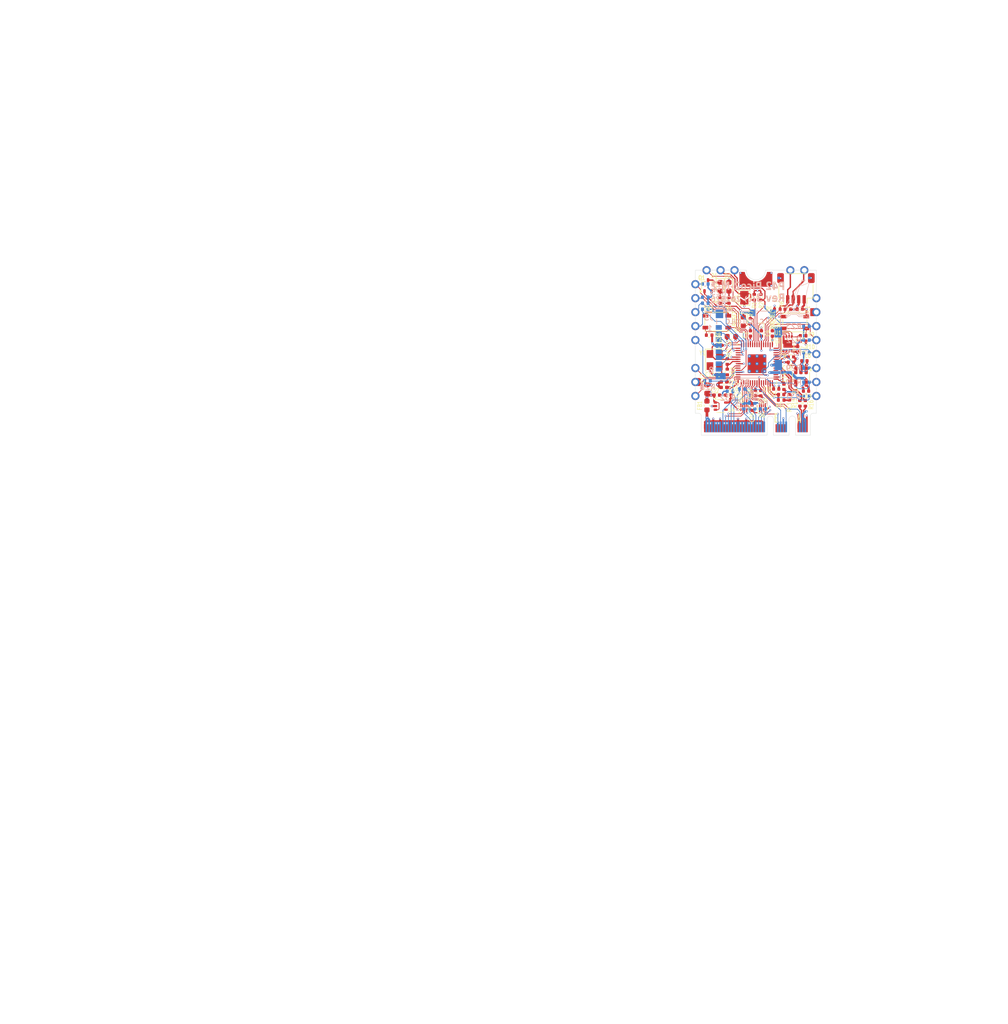
<source format=kicad_pcb>
(kicad_pcb (version 20240108) (generator "pcbnew") (generator_version "8.0")
  (title_block (title "P42-Pico2-M.2") (date "2025-03-11") (rev "3.0") (company "Pier42 Electronics Design") (comment 1 "(c) 2025 Wolfgang Friedrich") (comment 3 "Released under:") (comment 4 "CERN Open Hardware Licence Version 2 - Weakly Reciprocal"))
  (layers (0 "F.Cu" signal) (1 "In1.Cu" power) (2 "In2.Cu" mixed) (31 "B.Cu" mixed) (34 "B.Paste" user) (35 "F.Paste" user) (36 "B.SilkS" user "B.Silkscreen") (37 "F.SilkS" user "F.Silkscreen") (38 "B.Mask" user) (39 "F.Mask" user) (44 "Edge.Cuts" user))
  (net 0 "")
  (net 1 "/Pico/XI")
  (net 2 "GND")
  (net 3 "/Pico/XXO")
  (net 4 "+1V1")
  (net 5 "+3V3")
  (net 6 "Net-(U2-ADC_AVDD)")
  (net 7 "Net-(D1-A)")
  (net 8 "+1V8")
  (net 9 "Net-(D3-A)")
  (net 10 "/Pico/UART_RXD")
  (net 11 "/Pico/UART_TXD")
  (net 12 "Net-(J2-UART_RTS)")
  (net 15 "Net-(J2-VENDOR_DEFINED-Pad42)")
  (net 18 "Net-(D2-A)")
  (net 19 "Net-(FB1-Pad2)")
  (net 24 "Net-(J2-I2C_CLK)")
  (net 28 "Net-(J2-I2C_DATA)")
  (net 29 "/TXD_18")
  (net 30 "/Pico/I2C_SCL")
  (net 32 "/Pico/I2C_SDA")
  (net 33 "/Pico/nDIS2")
  (net 35 "/Pico/nDIS1")
  (net 37 "Net-(J2-VENDOR_DEFINED-Pad40)")
  (net 39 "Net-(J2-UART_CTS)")
  (net 42 "/RXD_18")
  (net 50 "Net-(J2-VENDOR_DEFINED-Pad38)")
  (net 54 "/Pico/~{UART_WAKE}")
  (net 57 "/Pico/~{LED2}")
  (net 58 "/Pico/~{LED1}")
  (net 59 "/Pico/USB-")
  (net 60 "/Pico/USB+")
  (net 61 "/Pico/SWCLK")
  (net 62 "/Pico/SWD")
  (net 63 "/SD_CS")
  (net 64 "/SD_DI")
  (net 65 "/SD_CLK")
  (net 66 "/SD_DO")
  (net 67 "/SD_DET")
  (net 68 "/QWIIC_SCL")
  (net 69 "/QWIIC_SDA")
  (net 70 "/Pico/EN")
  (net 71 "/Pico/USB_D+")
  (net 72 "/Pico/USB_D-")
  (net 73 "/Pico/XO")
  (net 74 "/Pico/ADC_VREF")
  (net 75 "/Pico/LED")
  (net 76 "/Pico/nQSS")
  (net 77 "/Pico/~{I2C_ALERT}")
  (net 78 "/Pico/nRESET")
  (net 79 "/Pico/QSD3")
  (net 80 "/Pico/QSCLK")
  (net 81 "/Pico/QSD0")
  (net 82 "/Pico/QSD2")
  (net 83 "/Pico/QSD1")
  (net 84 "Net-(SW2-B)")
  (net 87 "/Pico/GP0")
  (net 88 "/Pico/GP1")
  (net 89 "/Pico/GP4")
  (net 90 "/Pico/GP8")
  (net 91 "/Pico/GP9")
  (net 92 "/Pico/GP14")
  (net 93 "/Pico/GP15")
  (net 94 "/Pico/GP16")
  (net 95 "/Pico/GP17")
  (net 96 "/Pico/GP28")
  (net 97 "/Pico/GP29")
  (net 100 "Net-(D1-K)")
  (footprint "Resistor_SMD:R_0402_1005Metric" (layer "F.Cu") (at 147.8 82.995 90)
    (property "Reference" "R12")
    (property "Value" "1K0")
  )
  (footprint "Resistor_SMD:R_0402_1005Metric" (layer "F.Cu") (at 158.8 71.6)
    (property "Reference" "R6")
    (property "Value" "47K0")
  )
  (footprint "P42:THTPad_D1.5mm_Drill0.9mm" (layer "F.Cu") (at 142 84.82 -90)
    (property "Reference" "TP18")
    (property "Value" "GND" (hide yes))
  )
  (footprint "Resistor_SMD:R_0402_1005Metric" (layer "F.Cu") (at 153.9 69.4 -90)
    (property "Reference" "R2")
    (property "Value" "47K0")
  )
  (footprint "Capacitor_SMD:C_0402_1005Metric" (layer "F.Cu") (at 146.3 78.15)
    (property "Reference" "C6")
    (property "Value" "27p")
  )
  (footprint "Capacitor_SMD:C_0603_1608Metric" (layer "F.Cu") (at 144.1 86.1 90)
    (property "Reference" "C17")
    (property "Value" "10u")
  )
  (footprint "Inductor_SMD:L_0603_1608Metric" (layer "F.Cu") (at 144.1 89.1 -90)
    (property "Reference" "FB1")
    (property "Value" "600R/0.5A")
  )
  (footprint "LED_SMD:LED_0603_1608Metric" (layer "F.Cu") (at 148.1 67.5 -90)
    (property "Reference" "D2")
    (property "Value" "Yellow")
  )
  (footprint "P42:THTPad_D1.5mm_Drill0.9mm" (layer "F.Cu") (at 164 74.66 90)
    (property "Reference" "TP12")
    (property "Value" "TestPoint" (hide yes))
  )
  (footprint "Capacitor_SMD:C_0402_1005Metric" (layer "F.Cu") (at 161 71.6)
    (property "Reference" "C1")
    (property "Value" "1uF")
  )
  (footprint "Resistor_SMD:R_0402_1005Metric" (layer "F.Cu") (at 162 88.7 90)
    (property "Reference" "R16")
    (property "Value" "10R")
  )
  (footprint "P42:THTPad_D1.5mm_Drill0.9mm" (layer "F.Cu") (at 164 72.12 90)
    (property "Reference" "TP10")
    (property "Value" "GND" (hide yes))
  )
  (footprint "P42:THTPad_D1.5mm_Drill0.9mm" (layer "F.Cu") (at 164 84.82 90)
    (property "Reference" "TP19")
    (property "Value" "TestPoint" (hide yes))
  )
  (footprint "Package_SON:SON-8-1EP_3x2mm_P0.5mm_EP1.4x1.6mm" (layer "F.Cu") (at 158.8 77.875 -90)
    (property "Reference" "U1")
    (property "Value" "W25Q16")
  )
  (footprint "P42:THTPad_D1.5mm_Drill0.9mm" (layer "F.Cu") (at 144.032 64.5 180)
    (property "Reference" "TP1")
    (property "Value" "TestPoint" (hide yes))
  )
  (footprint "P42:THTPad_D1.5mm_Drill0.9mm" (layer "F.Cu") (at 161.812 64.5 180)
    (property "Reference" "TP5")
    (property "Value" "Q_SDA" (hide yes))
  )
  (footprint "P42:THTPad_D1.5mm_Drill0.9mm" (layer "F.Cu") (at 142 69.58 -90)
    (property "Reference" "TP8")
    (property "Value" "TestPoint" (hide yes))
  )
  (footprint "P42:THTPad_D1.5mm_Drill0.9mm" (layer "F.Cu") (at 164 77.2 90)
    (property "Reference" "TP14")
    (property "Value" "TestPoint" (hide yes))
  )
  (footprint "Capacitor_SMD:C_0402_1005Metric" (layer "F.Cu") (at 156 75.995 90)
    (property "Reference" "C4")
    (property "Value" "1uF")
  )
  (footprint "Resistor_SMD:R_0402_1005Metric" (layer "F.Cu") (at 161.6 77.4)
    (property "Reference" "R10")
    (property "Value" "47K0")
  )
  (footprint "Jumper:SolderJumper-2_P1.3mm_Open_TrianglePad1.0x1.5mm" (layer "F.Cu") (at 150.9 69.5 -90)
    (property "Reference" "JP1")
    (property "Value" "Enable")
  )
  (footprint "Capacitor_SMD:C_0402_1005Metric" (layer "F.Cu") (at 153.9 86.85 -90)
    (property "Reference" "C20")
    (property "Value" "1uF")
  )
  (footprint "Package_SON:X2SON-8_1.4x1mm_P0.35mm" (layer "F.Cu") (at 154.2 89.5 90)
    (property "Reference" "U6")
    (property "Value" "TXS0102DQE")
  )
  (footprint "Resistor_SMD:R_0402_1005Metric" (layer "F.Cu") (at 152 73.8 -90)
    (property "Reference" "R7")
    (property "Value" "10K0")
  )
  (footprint "Package_TO_SOT_SMD:SOT-353_SC-70-5" (layer "F.Cu") (at 146.6 89.2)
    (property "Reference" "U4")
    (property "Value" "AP2125KS-1.8")
  )
  (footprint "Resistor_SMD:R_0402_1005Metric" (layer "F.Cu") (at 144.5 76.3)
    (property "Reference" "R8")
    (property "Value" "47K0")
  )
  (footprint "Resistor_SMD:R_0402_1005Metric" (layer "F.Cu") (at 156.9 71.6 180)
    (property "Reference" "R5")
    (property "Value" "47K0")
  )
  (footprint "Capacitor_SMD:C_0402_1005Metric" (layer "F.Cu") (at 159.375 80.225)
    (property "Reference" "C9")
    (property "Value" "1uF")
  )
  (footprint "Package_TO_SOT_SMD:SOT-23-5" (layer "F.Cu") (at 161.2 83.875 -90)
    (property "Reference" "U3")
    (property "Value" "LDO-1.1")
  )
  (footprint "Crystal:Crystal_SMD_3225-4Pin_3.2x2.5mm" (layer "F.Cu") (at 145.5 80.83 -90)
    (property "Reference" "Y1")
    (property "Value" "12 MHz")
  )
  (footprint "Resistor_SMD:R_0402_1005Metric" (layer "F.Cu") (at 161.6 76.4)
    (property "Reference" "R9")
    (property "Value" "1K0")
  )
  (footprint "Capacitor_SMD:C_0402_1005Metric" (layer "F.Cu") (at 145.9 87.2)
    (property "Reference" "C22")
    (property "Value" "2.2u")
  )
  (footprint "Resistor_SMD:R_0402_1005Metric" (layer "F.Cu") (at 152.7 69.4 90)
    (property "Reference" "R1")
    (property "Value" "47K0")
  )
  (footprint "Capacitor_SMD:C_0402_1005Metric" (layer "F.Cu") (at 152.3 89.5 90)
    (property "Reference" "C24")
    (property "Value" "1uF")
  )
  (footprint "Capacitor_SMD:C_0402_1005Metric" (layer "F.Cu") (at 162.125 86.475 180)
    (property "Reference" "C13")
    (property "Value" "2.2u")
  )
  (footprint "Connector_JST:JST_SH_SM04B-SRSS-TB_1x04-1MP_P1.00mm_Horizontal" (layer "F.Cu") (at 160.288 67.8 180)
    (property "Reference" "J1")
    (property "Value" "QWIIC")
  )
  (footprint "Capacitor_SMD:C_0402_1005Metric" (layer "F.Cu") (at 157.6 87.095)
    (property "Reference" "C21")
    (property "Value" "2.2u")
  )
  (footprint "P42:THTPad_D1.5mm_Drill0.9mm" (layer "F.Cu") (at 164 79.74 90)
    (property "Reference" "TP15")
    (property "Value" "TestPoint" (hide yes))
  )
  (footprint "P42:THTPad_D1.5mm_Drill0.9mm" (layer "F.Cu") (at 142 67.04 -90)
    (property "Reference" "TP6")
    (property "Value" "TestPoint" (hide yes))
  )
  (footprint "Capacitor_SMD:C_0402_1005Metric" (layer "F.Cu") (at 159.375 81.225)
    (property "Reference" "C10")
    (property "Value" "1uF")
  )
  (footprint "Resistor_SMD:R_0402_1005Metric" (layer "F.Cu") (at 159.1 87.595 90)
    (property "Reference" "R13")
    (property "Value" "1K0")
  )
  (footprint "P42:THTPad_D1.5mm_Drill0.9mm" (layer "F.Cu") (at 159.272 64.5 180)
    (property "Reference" "TP4")
    (property "Value" "Q_SCL" (hide yes))
  )
  (footprint "Capacitor_SMD:C_0402_1005Metric" (layer "F.Cu") (at 152.9 86.85 -90)
    (property "Reference" "C19")
    (property "Value" "1uF")
  )
  (footprint "Capacitor_SMD:C_0402_1005Metric" (layer "F.Cu") (at 147.2 85.8 180)
    (property "Reference" "C16")
    (property "Value" "1uF")
  )
  (footprint "P42:THTPad_D1.5mm_Drill0.9mm" (layer "F.Cu") (at 142 87.36 -90)
    (property "Reference" "TP20")
    (property "Value" "SWD" (hide yes))
  )
  (footprint "LED_SMD:LED_0603_1608Metric" (layer "F.Cu") (at 146.5 67.5 -90)
    (property "Reference" "D1")
    (property "Value" "Yellow")
  )
  (footprint "Button_Switch_SMD:SW_SPST_PTS810" (layer "F.Cu") (at 145.9 73.855)
    (property "Reference" "SW1")
    (property "Value" "RESET")
  )
  (footprint "P42:THTPad_D1.5mm_Drill0.9mm" (layer "F.Cu") (at 164 69.58 90)
    (property "Reference" "TP7")
    (property "Value" "+3V3" (hide yes))
  )
  (footprint "Capacitor_SMD:C_0603_1608Metric" (layer "F.Cu") (at 148.55 76.55)
    (property "Reference" "C5")
    (property "Value" "10u")
  )
  (footprint "Resistor_SMD:R_0402_1005Metric" (layer "F.Cu") (at 146.5 70 90)
    (property "Reference" "R3")
    (property "Value" "10K0")
  )
  (footprint "P42:THTPad_D1.5mm_Drill0.9mm" (layer "F.Cu") (at 142 72.12 -90)
    (property "Reference" "TP9")
    (property "Value" "TestPoint" (hide yes))
  )
  (footprint "P42:THTPad_D1.5mm_Drill0.9mm" (layer "F.Cu") (at 164 87.36 90)
    (property "Reference" "TP21")
    (property "Value" "TestPoint" (hide yes))
  )
  (footprint "Package_SON:X2SON-8_1.4x1mm_P0.35mm" (layer "F.Cu") (at 150.8 89.5 90)
    (property "Reference" "U5")
    (property "Value" "TXS0102DQE")
  )
  (footprint "Resistor_SMD:R_0402_1005Metric" (layer "F.Cu") (at 161 88.7 90)
    (property "Reference" "R15")
    (property "Value" "10R")
  )
  (footprint "Capacitor_SMD:C_0402_1005Metric" (layer "F.Cu") (at 156.7 86.095)
    (property "Reference" "C18")
    (property "Value" "1uF")
  )
  (footprint "P42:THTPad_D1.5mm_Drill0.9mm" (layer "F.Cu") (at 164 82.28 90)
    (property "Reference" "TP17")
    (property "Value" "TestPoint" (hide yes))
  )
  (footprint "Package_TO_SOT_SMD:SOT-323_SC-70" (layer "F.Cu") (at 144.3025 67.3 90)
    (property "Reference" "Q1")
    (property "Value" "RJU003N03")
  )
  (footprint "P42:THTPad_D1.5mm_Drill0.9mm" (layer "F.Cu") (at 142 77.2 -90)
    (property "Reference" "TP13")
    (property "Value" "TestPoint" (hide yes))
  )
  (footprint "P42:THTPad_D1.5mm_Drill0.9mm" (layer "F.Cu") (at 142 82.28 -90)
    (property "Reference" "TP16")
    (property "Value" "SWCLK" (hide yes))
  )
  (footprint "LED_SMD:LED_0603_1608Metric" (layer "F.Cu") (at 150.7 73.8 -90)
    (property "Reference" "D3")
    (property "Value" "Green")
  )
  (footprint "NGFF:NGFF_A+E" (layer "F.Cu") (at 153 94.5)
    (property "Reference" "J2" (hide yes))
    (property "Value" "Bus_M.2_Socket_AE")
    (fp_line (start -11 -4) (end -10.425 -4) (stroke (width 0.05)) (layer "Edge.Cuts"))
    (fp_line (start -9.925 -3.5) (end -9.925 0) (stroke (width 0.05)) (layer "Edge.Cuts"))
    (fp_line (start -9.925 0) (end 2.025 0) (stroke (width 0.05)) (layer "Edge.Cuts"))
    (fp_line (start 2.025 0) (end 2.025 -2.9) (stroke (width 0.05)) (layer "Edge.Cuts"))
    (fp_line (start 3.225 -2.9) (end 3.225 0) (stroke (width 0.05)) (layer "Edge.Cuts"))
    (fp_line (start 3.225 0) (end 6.025 0) (stroke (width 0.05)) (layer "Edge.Cuts"))
    (fp_line (start 6.025 0) (end 6.025 -2.9) (stroke (width 0.05)) (layer "Edge.Cuts"))
    (fp_line (start 7.225 -2.9) (end 7.225 0) (stroke (width 0.05)) (layer "Edge.Cuts"))
    (fp_line (start 7.225 0) (end 9.925 0) (stroke (width 0.05)) (layer "Edge.Cuts"))
    (fp_line (start 9.925 0) (end 9.925 -3.5) (stroke (width 0.05)) (layer "Edge.Cuts"))
    (fp_line (start 10.425 -4) (end 11 -4) (stroke (width 0.05)) (layer "Edge.Cuts"))
    (fp_arc (start -10.425 -4) (mid -10.071447 -3.853553) (end -9.925 -3.5) (stroke (width 0.05)) (layer "Edge.Cuts"))
    (fp_arc (start 2.025 -2.9) (mid 2.625 -3.5) (end 3.225 -2.9) (stroke (width 0.05)) (layer "Edge.Cuts"))
    (fp_arc (start 6.025 -2.9) (mid 6.625 -3.5) (end 7.225 -2.9) (stroke (width 0.05)) (layer "Edge.Cuts"))
    (fp_arc (start 9.925 -3.5) (mid 10.071447 -3.853553) (end 10.425 -4) (stroke (width 0.05)) (layer "Edge.Cuts"))
  )
  (footprint "Capacitor_SMD:C_0402_1005Metric" (layer "F.Cu") (at 158.1 85.695 -90)
    (property "Reference" "C14")
    (property "Value" "1uF")
  )
  (footprint "Button_Switch_SMD:SW_SPST_PTS810" (layer "F.Cu") (at 160.1 74)
    (property "Reference" "SW2")
    (property "Value" "BOOTSEL")
  )
  (footprint "P42:THTPad_D1.5mm_Drill0.9mm" (layer "F.Cu") (at 149.112 64.5 180)
    (property "Reference" "TP3")
    (property "Value" "TestPoint" (hide yes))
  )
  (footprint "Capacitor_SMD:C_0402_1005Metric" (layer "F.Cu") (at 146.3 83.495 180)
    (property "Reference" "C11")
    (property "Value" "27p")
  )
  (footprint "Resistor_SMD:R_0402_1005Metric" (layer "F.Cu") (at 148.1 70 90)
    (property "Reference" "R4")
    (property "Value" "10K0")
  )
  (footprint "Resistor_SMD:R_0402_1005Metric" (layer "F.Cu") (at 157.6 88.1)
    (property "Reference" "R14")
    (property "Value" "10R")
  )
  (footprint "Capacitor_SMD:C_0402_1005Metric" (layer "F.Cu") (at 154 75.995 90)
    (property "Reference" "C3")
    (property "Value" "1uF")
  )
  (footprint "Capacitor_SMD:C_0402_1005Metric" (layer "F.Cu") (at 160.6 78.85 90)
    (property "Reference" "C7")
    (property "Value" "1uF")
  )
  (footprint "Resistor_SMD:R_0402_1005Metric" (layer "F.Cu") (at 147.8 81.095 -90)
    (property "Reference" "R11")
    (property "Value" "1 MEG")
  )
  (footprint "Capacitor_SMD:C_0402_1005Metric" (layer "F.Cu") (at 147.2 84.8 180)
    (property "Reference" "C12")
    (property "Value" "1uF")
  )
  (footprint "P42:THTPad_D1.5mm_Drill0.9mm" (layer "F.Cu") (at 142 74.66 -90)
    (property "Reference" "TP11")
    (property "Value" "TestPoint" (hide yes))
  )
  (footprint "Capacitor_SMD:C_0402_1005Metric" (layer "F.Cu") (at 152 75.995 90)
    (property "Reference" "C2")
    (property "Value" "1uF")
  )
  (footprint "RP2350_60QFN:RP2350-QFN-60-1EP_7x7_P0.4mm_EP3.4x3.4mm_ThermalVias" (layer "F.Cu") (at 153.2 81.495 -90)
    (property "Reference" "U2")
    (property "Value" "RP2350IO_60QFN")
  )
  (footprint "P42:THTPad_D1.5mm_Drill0.9mm" (layer "F.Cu") (at 146.572 64.5 180)
    (property "Reference" "TP2")
    (property "Value" "TestPoint" (hide yes))
  )
  (footprint "Capacitor_SMD:C_0402_1005Metric" (layer "F.Cu") (at 161.825 80.975 180)
    (property "Reference" "C8")
    (property "Value" "2.2u")
  )
  (footprint "Capacitor_SMD:C_0402_1005Metric" (layer "F.Cu") (at 148 87.2 180)
    (property "Reference" "C23")
    (property "Value" "2.2u")
  )
  (footprint "Resistor_SMD:R_0402_1005Metric" (layer "B.Cu") (at 162.2 74.7)
    (property "Reference" "R23")
    (property "Value" "47K0" (hide yes))
  )
  (footprint "Connector_Card:microSD_HC_Molex_104031-0811" (layer "B.Cu") (at 151.7 78 -90)
    (property "Reference" "J3")
    (property "Value" "Micro_SD_Card_Det2" (hide yes))
  )
  (footprint "Resistor_SMD:R_0402_1005Metric" (layer "B.Cu") (at 162.2 87.4)
    (property "Reference" "R31")
    (property "Value" "47K0" (hide yes))
  )
  (footprint "Resistor_SMD:R_0402_1005Metric" (layer "B.Cu") (at 150.8 89.201999 -90)
    (property "Reference" "R19")
    (property "Value" "47K0" (hide yes))
  )
  (footprint "Resistor_SMD:R_0402_1005Metric" (layer "B.Cu") (at 154.3 89.7 180)
    (property "Reference" "R20")
    (property "Value" "10R" (hide yes))
  )
  (footprint "Resistor_SMD:R_0402_1005Metric" (layer "B.Cu") (at 152.8 89.201999 -90)
    (property "Reference" "R17")
    (property "Value" "47K0" (hide yes))
  )
  (footprint "Resistor_SMD:R_0402_1005Metric" (layer "B.Cu") (at 150.5 86.1 180)
    (property "Reference" "R33")
    (property "Value" "47K0" (hide yes))
  )
  (footprint "Resistor_SMD:R_0402_1005Metric" (layer "B.Cu") (at 162.2 77.2)
    (property "Reference" "R22")
    (property "Value" "47K0" (hide yes))
  )
  (footprint "Resistor_SMD:R_0402_1005Metric" (layer "B.Cu") (at 151.8 89.201999 -90)
    (property "Reference" "R18")
    (property "Value" "47K0" (hide yes))
  )
  (footprint "Resistor_SMD:R_0402_1005Metric" (layer "B.Cu") (at 148.3 86.5)
    (property "Reference" "R32")
    (property "Value" "47K0" (hide yes))
  )
  (footprint "Resistor_SMD:R_0402_1005Metric" (layer "B.Cu") (at 144.2 84.6)
    (property "Reference" "R28")
    (property "Value" "47K0" (hide yes))
  )
  (footprint "Resistor_SMD:R_0402_1005Metric" (layer "B.Cu") (at 162.2 82.3)
    (property "Reference" "R29")
    (property "Value" "47K0" (hide yes))
  )
  (footprint "Resistor_SMD:R_0402_1005Metric" (layer "B.Cu") (at 143.8 70.5 180)
    (property "Reference" "R26")
    (property "Value" "47K0" (hide yes))
  )
  (footprint "Resistor_SMD:R_0402_1005Metric" (layer "B.Cu") (at 143.8 71.6 180)
    (property "Reference" "R27")
    (property "Value" "47K0" (hide yes))
  )
  (footprint "Resistor_SMD:R_0402_1005Metric" (layer "B.Cu") (at 162.2 79.5)
    (property "Reference" "R21")
    (property "Value" "47K0" (hide yes))
  )
  (footprint "P42:logo_5.1mmX6.4mm_FSilk" (layer "B.Cu") (at 160.537034 69.342729 180)
    (property "Reference" "G***" (hide yes))
    (property "Value" "LOGO" (hide yes))
  )
  (footprint "Resistor_SMD:R_0402_1005Metric" (layer "B.Cu") (at 162.2 84.85)
    (property "Reference" "R30")
    (property "Value" "47K0" (hide yes))
  )
  (footprint "Resistor_SMD:R_0402_1005Metric" (layer "B.Cu") (at 143.8 67 180)
    (property "Reference" "R24")
    (property "Value" "47K0" (hide yes))
  )
  (footprint "Resistor_SMD:R_0402_1005Metric" (layer "B.Cu") (at 143.8 69.4 180)
    (property "Reference" "R25")
    (property "Value" "47K0" (hide yes))
  )
  (gr_circle (center 160.3 77.2) (end 160.4 77.2) (stroke (width 0.1)) (fill none) (layer "F.SilkS"))
  (gr_circle (center 156 77.2) (end 156.282843 77.2) (stroke (width 0.1)) (fill none) (layer "F.SilkS"))
  (gr_arc (start 154.75 64.5) (mid 153 66.25) (end 151.25 64.5) (stroke (width 0.05)) (layer "Edge.Cuts"))
  (gr_line (start 164 64.5) (end 154.75 64.5) (stroke (width 0.05)) (layer "Edge.Cuts"))
  (gr_line (start 142 90.5) (end 142 64.5) (stroke (width 0.05)) (layer "Edge.Cuts"))
  (gr_line (start 151.25 64.5) (end 142 64.5) (stroke (width 0.05)) (layer "Edge.Cuts"))
  (gr_line (start 164 64.5) (end 164 90.5) (stroke (width 0.05)) (layer "Edge.Cuts"))
  (gr_text "1" (at 145.2 75.65 0) (layer "B.SilkS") (effects (font (size 1 1)) (justify left bottom mirror)))
  (gr_text "Rev 3" (at 158.3 70.5 0) (layer "B.SilkS") (effects (font (size 1.5 1.2) (thickness 0.2) (bold yes)) (justify left bottom mirror)))
  (gr_text "8" (at 144.3 83.25 0) (layer "B.SilkS") (effects (font (size 1 1)) (justify left bottom)))
  (gr_text "P42 Pico2-M.2" (at 158.3 68.35 0) (layer "B.SilkS") (effects (font (size 1.5 1.2) (thickness 0.2) (bold yes)) (justify left bottom mirror)))
  (gr_text "(c) 2025" (at 152.95 70.4 0) (layer "B.SilkS") (effects (font (size 1 1) (thickness 0.2) (bold yes)) (justify left bottom mirror)))
  (gr_text "JLCJLCJLCJLC" (at 155.85 74.3 0) (layer "B.SilkS") (effects (font (size 0.8 0.8)) (justify left bottom mirror)))
  (gr_text "A" (at 160.4 92.4 0) (layer "F.SilkS") (effects (font (size 1.5 0.8)) (justify left bottom)))
  (gr_text "E" (at 156.15 92.3 0) (layer "F.SilkS") (effects (font (size 1.5 1)) (justify left bottom)))
  (via (at 163.05 65.9) (size 0.35) (drill 0.2) (layers "F.Cu" "B.Cu") (net 0))
  (via (at 157.5 65.95) (size 0.35) (drill 0.2) (layers "F.Cu" "B.Cu") (net 0))
  (segment (start 157.15 65.9) (end 157.2 65.9) (width 0.5) (layer "B.Cu") (net 0))
  (segment (start 162.75 65.9) (end 162.8 65.9) (width 0.5) (layer "B.Cu") (net 0))
  (segment (start 147.9166 80.7016) (end 147.8 80.585) (width 0.2032) (layer "F.Cu") (net 1))
  (segment (start 147.7 80.685) (end 147.7 80.7) (width 0.2032) (layer "F.Cu") (net 1))
  (segment (start 149.7625 80.695) (end 149.7559 80.7016) (width 0.2032) (layer "F.Cu") (net 1))
  (segment (start 149.7559 80.7016) (end 147.9166 80.7016) (width 0.2032) (layer "F.Cu") (net 1))
  (segment (start 145.05 78.45) (end 145.35 78.15) (width 0.2032) (layer "F.Cu") (net 1))
  (segment (start 147.7 80.7) (end 145.62 80.7) (width 0.2032) (layer "F.Cu") (net 1))
  (segment (start 145.05 79.33) (end 145.05 78.45) (width 0.2032) (layer "F.Cu") (net 1))
  (segment (start 145.62 80.7) (end 144.65 79.73) (width 0.2032) (layer "F.Cu") (net 1))
  (segment (start 144.65 79.73) (end 145.05 79.33) (width 0.2032) (layer "F.Cu") (net 1))
  (segment (start 147.8 80.585) (end 147.7 80.685) (width 0.2032) (layer "F.Cu") (net 1))
  (segment (start 145.35 78.15) (end 145.82 78.15) (width 0.2032) (layer "F.Cu") (net 1))
  (segment (start 146.75 93.225) (end 146.75 91.95) (width 0.35) (layer "F.Cu") (net 2))
  (segment (start 155.52 89.34) (end 155.025 89.835) (width 0.2) (layer "F.Cu") (net 2))
  (segment (start 158.13 86.175) (end 158.55 86.595) (width 0.35) (layer "F.Cu") (net 2))
  (segment (start 143.825 72.375) (end 144.05 72.15) (width 0.25) (layer "F.Cu") (net 2))
  (segment (start 158.1 86.175) (end 158.13 86.175) (width 0.35) (layer "F.Cu") (net 2))
  (segment (start 146.35 79.73) (end 146.57 79.95) (width 0.35) (layer "F.Cu") (net 2))
  (segment (start 152 75.515) (end 152 74.95) (width 0.3) (layer "F.Cu") (net 2))
  (segment (start 162.175 72.925) (end 162.2 72.9) (width 0.35) (layer "F.Cu") (net 2))
  (segment (start 144.1 85.325) (end 144.875 85.325) (width 0.5) (layer "F.Cu") (net 2))
  (segment (start 145.25 91.95) (end 146.5 91.95) (width 0.35) (layer "F.Cu") (net 2))
  (segment (start 150.7 73.0125) (end 150.7 72.25) (width 0.25) (layer "F.Cu") (net 2))
  (segment (start 154.25 92.15) (end 154.25 93.225) (width 0.35) (layer "F.Cu") (net 2))
  (segment (start 145.65 89.2) (end 145 89.2) (width 0.35) (layer "F.Cu") (net 2))
  (segment (start 152.3 88.6) (end 152.3 89.02) (width 0.35) (layer "F.Cu") (net 2))
  (segment (start 147.975 72.375) (end 147.75 72.15) (width 0.25) (layer "F.Cu") (net 2))
  (segment (start 149.75 91.95) (end 151.25 91.95) (width 0.35) (layer "F.Cu") (net 2))
  (segment (start 161.2 81.71) (end 161.2 82.7375) (width 0.5) (layer "F.Cu") (net 2))
  (segment (start 155.025 89.835) (end 154.725 89.835) (width 0.2) (layer "F.Cu") (net 2))
  (segment (start 144.05 72.15) (end 145.2 72.15) (width 0.25) (layer "F.Cu") (net 2))
  (segment (start 153.9 87.35) (end 153.9 87.33) (width 0.35) (layer "F.Cu") (net 2))
  (segment (start 157.225 72.925) (end 157.2 72.95) (width 0.3) (layer "F.Cu") (net 2))
  (segment (start 154.05 91.95) (end 154.25 92.15) (width 0.35) (layer "F.Cu") (net 2))
  (segment (start 160.55 80.55) (end 160.18 80.55) (width 0.35) (layer "F.Cu") (net 2))
  (segment (start 153.9 87.33) (end 152.9 87.33) (width 0.35) (layer "F.Cu") (net 2))
  (segment (start 146.57 79.95) (end 147.4 79.95) (width 0.35) (layer "F.Cu") (net 2))
  (segment (start 161.645 85.895) (end 161.645 86.475) (width 0.35) (layer "F.Cu") (net 2))
  (segment (start 146.5 91.95) (end 146.75 91.95) (width 0.35) (layer "F.Cu") (net 2))
  (segment (start 148.25 93.225) (end 148.25 91.95) (width 0.35) (layer "F.Cu") (net 2))
  (segment (start 152.75 93.225) (end 152.75 91.95) (width 0.35) (layer "F.Cu") (net 2))
  (segment (start 151.4 90.45) (end 151.325 90.375) (width 0.2) (layer "F.Cu") (net 2))
  (segment (start 158.025 72.925) (end 157.225 72.925) (width 0.3) (layer "F.Cu") (net 2))
  (segment (start 149.325 76.55) (end 149.3 76.575) (width 0.35) (layer "F.Cu") (net 2))
  (segment (start 151.25 91.95) (end 151.25 91.5) (width 0.35) (layer "F.Cu") (net 2))
  (segment (start 154 75.515) (end 154 74.95) (width 0.3) (layer "F.Cu") (net 2))
  (segment (start 143.825 72.78) (end 143.825 72.375) (width 0.25) (layer "F.Cu") (net 2))
  (segment (start 157.395 83.895) (end 157.4 83.9) (width 0.2032) (layer "F.Cu") (net 2))
  (segment (start 144.65 82.9) (end 144.65 81.93) (width 0.35) (layer "F.Cu") (net 2))
  (segment (start 143.9 91.95) (end 145.25 91.95) (width 0.35) (layer "F.Cu") (net 2))
  (segment (start 156 75.515) (end 156 74.95) (width 0.3) (layer "F.Cu") (net 2))
  (segment (start 161.35 85.6) (end 161.645 85.895) (width 0.35) (layer "F.Cu") (net 2))
  (segment (start 147.75 72.15) (end 145.2 72.15) (width 0.25) (layer "F.Cu") (net 2))
  (segment (start 145.82 83.495) (end 145.255 83.495) (width 0.35) (layer "F.Cu") (net 2))
  (segment (start 151.25 93.225) (end 151.25 91.95) (width 0.35) (layer "F.Cu") (net 2))
  (segment (start 157.2 86.075) (end 157.2 85.495) (width 0.35) (layer "F.Cu") (net 2))
  (segment (start 144.95 68.3) (end 144.95 68.95) (width 0.25) (layer "F.Cu") (net 2))
  (segment (start 143.75 93.225) (end 143.75 92.1) (width 0.35) (layer "F.Cu") (net 2))
  (segment (start 161.48 71.6) (end 161.48 71.17) (width 0.35) (layer "F.Cu") (net 2))
  (segment (start 150.9 71.05) (end 150.9 70.225) (width 0.35) (layer "F.Cu") (net 2))
  (segment (start 151.8 88.1) (end 152.3 88.6) (width 0.35) (layer "F.Cu") (net 2))
  (segment (start 160.18 80.55) (end 159.855 80.225) (width 0.35) (layer "F.Cu") (net 2))
  (segment (start 151.25 91.95) (end 152.75 91.95) (width 0.35) (layer "F.Cu") (net 2))
  (segment (start 146.505 84.8) (end 146 85.305) (width 0.5) (layer "F.Cu") (net 2))
  (segment (start 145.255 83.495) (end 145.25 83.5) (width 0.35) (layer "F.Cu") (net 2))
  (segment (start 149.75 91.95) (end 149.75 91.5) (width 0.35) (layer "F.Cu") (net 2))
  (segment (start 146.72 85.8) (end 146.495 85.8) (width 0.5) (layer "F.Cu") (net 2))
  (segment (start 158.05 76.5875) (end 158.05 77.745) (width 0.35) (layer "F.Cu") (net 2))
  (segment (start 157.18 86.095) (end 157.2 86.075) (width 0.35) (layer "F.Cu") (net 2))
  (segment (start 159.855 81.225) (end 160.18 80.9) (width 0.35) (layer "F.Cu") (net 2))
  (segment (start 148.1 66.7125) (end 148.1 66) (width 0.25) (layer "F.Cu") (net 2))
  (segment (start 162.2 72.9) (end 162.2 71.6) (width 0.35) (layer "F.Cu") (net 2))
  (segment (start 145.25 91.95) (end 145.25 91.5) (width 0.35) (layer "F.Cu") (net 2))
  (segment (start 160.75 90.75) (end 160.75 93.225) (width 0.35) (layer "F.Cu") (net 2))
  (segment (start 160.6 78.37) (end 159.295 78.37) (width 0.35) (layer "F.Cu") (net 2))
  (segment (start 146.78 78.15) (end 147.35 78.15) (width 0.35) (layer "F.Cu") (net 2))
  (segment (start 161.345 80.975) (end 161.345 81.555) (width 0.35) (layer "F.Cu") (net 2))
  (segment (start 145.25 83.5) (end 144.65 82.9) (width 0.35) (layer "F.Cu") (net 2))
  (segment (start 147.52 87.2) (end 146.95 87.2) (width 0.35) (layer "F.Cu") (net 2))
  (segment (start 144.875 85.325) (end 144.9 85.35) (width 0.5) (layer "F.Cu") (net 2))
  (segment (start 161.49 71.59) (end 161.48 71.6) (width 0.35) (layer "F.Cu") (net 2))
  (segment (start 159.295 78.37) (end 158.8 77.875) (width 0.35) (layer "F.Cu") (net 2))
  (segment (start 161.48 71.6) (end 162.2 71.6) (width 0.35) (layer "F.Cu") (net 2))
  (segment (start 152.75 91.95) (end 154.05 91.95) (width 0.35) (layer "F.Cu") (net 2))
  (segment (start 160.4 77.7) (end 160.6 77.9) (width 0.35) (layer "F.Cu") (net 2))
  (segment (start 146.38 87.2) (end 146.95 87.2) (width 0.35) (layer "F.Cu") (net 2))
  (segment (start 147.975 72.78) (end 147.975 72.375) (width 0.25) (layer "F.Cu") (net 2))
  (segment (start 161.788 70.862) (end 161.788 69.8) (width 0.35) (layer "F.Cu") (net 2))
  (segment (start 148.25 91.95) (end 149.75 91.95) (width 0.35) (layer "F.Cu") (net 2))
  (segment (start 158.55 86.595) (end 158.08 87.065) (width 0.35) (layer "F.Cu") (net 2))
  (segment (start 146.495 85.8) (end 146 85.305) (width 0.5) (layer "F.Cu") (net 2))
  (segment (start 161.48 71.17) (end 161.788 70.862) (width 0.35) (layer "F.Cu") (net 2))
  (segment (start 146.5 91.95) (end 146.5 91.5) (width 0.35) (layer "F.Cu") (net 2))
  (segment (start 156.6375 83.895) (end 157.395 83.895) (width 0.2032) (layer "F.Cu") (net 2))
  (segment (start 143.75 92.1) (end 143.9 91.95) (width 0.35) (layer "F.Cu") (net 2))
  (segment (start 161.345 81.555) (end 161.35 81.56) (width 0.35) (layer "F.Cu") (net 2))
  (segment (start 161.35 81.56) (end 161.2 81.71) (width 0.5) (layer "F.Cu") (net 2))
  (segment (start 149.3 76.575) (end 149.3 77.3) (width 0.35) (layer "F.Cu") (net 2))
  (segment (start 145.25 93.225) (end 145.25 91.95) (width 0.35) (layer "F.Cu") (net 2))
  (segment (start 146.75 91.95) (end 148.25 91.95) (width 0.35) (layer "F.Cu") (net 2))
  (segment (start 162.25 93.225) (end 162.25 90.95) (width 0.35) (layer "F.Cu") (net 2))
  (segment (start 160.55 90.55) (end 160.75 90.75) (width 0.35) (layer "F.Cu") (net 2))
  (segment (start 160.18 80.9) (end 160.18 80.55) (width 0.35) (layer "F.Cu") (net 2))
  (segment (start 149.75 93.225) (end 149.75 91.95) (width 0.35) (layer "F.Cu") (net 2))
  (segment (start 151.325 90.375) (end 151.325 89.835) (width 0.2) (layer "F.Cu") (net 2))
  (segment (start 154.35 87.8) (end 153.9 87.35) (width 0.35) (layer "F.Cu") (net 2))
  (segment (start 146.72 84.8) (end 146.505 84.8) (width 0.5) (layer "F.Cu") (net 2))
  (segment (start 160.6 77.9) (end 160.6 78.37) (width 0.35) (layer "F.Cu") (net 2))
  (segment (start 158.08 87.065) (end 158.08 87.095) (width 0.35) (layer "F.Cu") (net 2))
  (via (at 151.4 90.45) (size 0.35) (drill 0.2) (layers "F.Cu" "B.Cu") (net 2))
  (via (at 145.25 83.5) (size 0.35) (drill 0.2) (layers "F.Cu" "B.Cu") (net 2))
  (via (at 156 74.95) (size 0.35) (drill 0.2) (layers "F.Cu" "B.Cu") (net 2))
  (via (at 157.2 85.495) (size 0.35) (drill 0.2) (layers "F.Cu" "B.Cu") (net 2))
  (via (at 158 91.4) (size 0.35) (drill 0.2) (layers "F.Cu" "B.Cu") (net 2))
  (via (at 144.95 68.95) (size 0.35) (drill 0.2) (layers "F.Cu" "B.Cu") (net 2))
  (via (at 155.8 65) (size 0.35) (drill 0.2) (layers "F.Cu" "B.Cu") (net 2))
  (via (at 162.2 71.6) (size 0.35) (drill 0.2) (layers "F.Cu" "B.Cu") (net 2))
  (via (at 151.8 88.1) (size 0.35) (drill 0.2) (layers "F.Cu" "B.Cu") (net 2))
  (via (at 145.2 72.15) (size 0.35) (drill 0.2) (layers "F.Cu" "B.Cu") (net 2))
  (via (at 160.55 80.55) (size 0.35) (drill 0.2) (layers "F.Cu" "B.Cu") (net 2))
  (via (at 146.95 87.2) (size 0.35) (drill 0.2) (layers "F.Cu" "B.Cu") (net 2))
  (via (at 145 89.2) (size 0.35) (drill 0.2) (layers "F.Cu" "B.Cu") (net 2))
  (via (at 161.35 85.6) (size 0.35) (drill 0.2) (layers "F.Cu" "B.Cu") (net 2))
  (via (at 157.4 83.9) (size 0.35) (drill 0.2) (layers "F.Cu" "B.Cu") (net 2))
  (via (at 160.55 90.55) (size 0.35) (drill 0.2) (layers "F.Cu" "B.Cu") (net 2))
  (via (at 155.85 81.75) (size 0.35) (drill 0.2) (layers "F.Cu" "B.Cu") (net 2))
  (via (at 145.25 91.5) (size 0.35) (drill 0.2) (layers "F.Cu" "B.Cu") (net 2))
  (via (at 154.35 87.8) (size 0.35) (drill 0.2) (layers "F.Cu" "B.Cu") (net 2))
  (via (at 150.7 72.25) (size 0.35) (drill 0.2) (layers "F.Cu" "B.Cu") (net 2))
  (via (at 158.55 86.595) (size 0.35) (drill 0.2) (layers "F.Cu" "B.Cu") (net 2))
  (via (at 150.2 65) (size 0.35) (drill 0.2) (layers "F.Cu" "B.Cu") (net 2))
  (via (at 157.2 72.95) (size 0.35) (drill 0.2) (layers "F.Cu" "B.Cu") (net 2))
  (via (at 150.2 67.3) (size 0.35) (drill 0.2) (layers "F.Cu" "B.Cu") (net 2))
  (via (at 146.5 91.5) (size 0.35) (drill 0.2) (layers "F.Cu" "B.Cu") (net 2))
  (via (at 149.3 77.3) (size 0.35) (drill 0.2) (layers "F.Cu" "B.Cu") (net 2))
  (via (at 150.9 71.05) (size 0.35) (drill 0.2) (layers "F.Cu" "B.Cu") (net 2))
  (via (at 160.4 77.7) (size 0.35) (drill 0.2) (layers "F.Cu" "B.Cu") (net 2))
  (via (at 149.75 91.5) (size 0.35) (drill 0.2) (layers "F.Cu" "B.Cu") (net 2))
  (via (at 154 74.95) (size 0.35) (drill 0.2) (layers "F.Cu" "B.Cu") (net 2))
  (via (at 144.9 85.35) (size 0.35) (drill 0.2) (layers "F.Cu" "B.Cu") (net 2))
  (via (at 162.25 90.95) (size 0.35) (drill 0.2) (layers "F.Cu" "B.Cu") (net 2))
  (via (at 146 85.305) (size 0.35) (drill 0.2) (layers "F.Cu" "B.Cu") (net 2))
  (via (at 155.8 67.3) (size 0.35) (drill 0.2) (layers "F.Cu" "B.Cu") (net 2))
  (via (at 151.25 91.5) (size 0.35) (drill 0.2) (layers "F.Cu" "B.Cu") (net 2))
  (via (at 147.35 78.15) (size 0.35) (drill 0.2) (layers "F.Cu" "B.Cu") (net 2))
  (via (at 161.35 81.56) (size 0.35) (drill 0.2) (layers "F.Cu" "B.Cu") (net 2))
  (via (at 155.52 89.34) (size 0.35) (drill 0.2) (layers "F.Cu" "B.Cu") (net 2))
  (via (at 147.4 79.95) (size 0.35) (drill 0.2) (layers "F.Cu" "B.Cu") (net 2))
  (via (at 148.1 66) (size 0.35) (drill 0.2) (layers "F.Cu" "B.Cu") (net 2))
  (via (at 152 74.95) (size 0.35) (drill 0.2) (layers "F.Cu" "B.Cu") (net 2))
  (segment (start 157.055 81.75) (end 157.075 81.73) (width 0.5) (layer "B.Cu") (net 2))
  (segment (start 160.8 77.7) (end 161.3 77.2) (width 0.25) (layer "B.Cu") (net 2))
  (segment (start 151.875 86.903248) (end 151.875 88.025) (width 0.25) (layer "B.Cu") (net 2))
  (segment (start 158 92.975) (end 158 91.4) (width 0.3) (layer "B.Cu") (net 2))
  (segment (start 161.69 87.4) (end 160.9 87.4) (width 0.25) (layer "B.Cu") (net 2))
  (segment (start 151.071752 86.1) (end 151.875 86.903248) (width 0.25) (layer "B.Cu") (net 2))
  (segment (start 161.35 81.56) (end 161.69 81.22) (width 0.25) (layer "B.Cu") (net 2))
  (segment (start 160.095 86.595) (end 158.55 86.595) (width 0.25) (layer "B.Cu") (net 2))
  (segment (start 143.95 85.35) (end 144.9 85.35) (width 0.25) (layer "B.Cu") (net 2))
  (segment (start 146.09 72.15) (end 145.2 72.15) (width 0.3) (layer "B.Cu") (net 2))
  (segment (start 152.4 72.26) (end 150.71 72.26) (width 0.35) (layer "B.Cu") (net 2))
  (segment (start 157.075 74.95) (end 157.075 75.76) (width 0.3) (layer "B.Cu") (net 2))
  (segment (start 146.6 83.755) (end 146.345 83.5) (width 0.35) (layer "B.Cu") (net 2))
  (segment (start 147.79 86.5) (end 147.2 86.5) (width 0.25) (layer "B.Cu") (net 2))
  (segment (start 147.2 86.5) (end 146.95 86.75) (width 0.25) (layer "B.Cu") (net 2))
  (segment (start 150.8 88.691999) (end 151.8 88.691999) (width 0.35) (layer "B.Cu") (net 2))
  (segment (start 145.1 71.6) (end 145.2 71.7) (width 0.25) (layer "B.Cu") (net 2))
  (segment (start 151.01 86.1) (end 151.071752 86.1) (width 0.25) (layer "B.Cu") (net 2))
  (segment (start 144.31 70.5) (end 144.31 69.4) (width 0.25) (layer "B.Cu") (net 2))
  (segment (start 161.69 85.26) (end 161.69 84.85) (width 0.25) (layer "B.Cu") (net 2))
  (segment (start 160.9 87.4) (end 160.095 86.595) (width 0.25) (layer "B.Cu") (net 2))
  (segment (start 161.35 81.56) (end 161.69 81.9) (width 0.25) (layer "B.Cu") (net 2))
  (segment (start 144.31 69.4) (end 144.8 69.4) (width 0.25) (layer "B.Cu") (net 2))
  (segment (start 156 74.95) (end 157.075 74.95) (width 0.3) (layer "B.Cu") (net 2))
  (segment (start 161.3 77.2) (end 161.69 77.2) (width 0.25) (layer "B.Cu") (net 2))
  (segment (start 144.95 68.35) (end 144.95 68.95) (width 0.25) (layer "B.Cu") (net 2))
  (segment (start 143.69 84.6) (end 143.69 85.09) (width 0.25) (layer "B.Cu") (net 2))
  (segment (start 143.69 85.09) (end 143.95 85.35) (width 0.25) (layer "B.Cu") (net 2))
  (segment (start 146.345 83.5) (end 145.25 83.5) (width 0.35) (layer "B.Cu") (net 2))
  (segment (start 144.31 67.71) (end 144.95 68.35) (width 0.25) (layer "B.Cu") (net 2))
  (segment (start 161.69 74.7) (end 161.69 77.2) (width 0.25) (layer "B.Cu") (net 2))
  (segment (start 146.95 86.75) (end 146.95 87.2) (width 0.25) (layer "B.Cu") (net 2))
  (segment (start 151.875 88.025) (end 151.8 88.1) (width 0.25) (layer "B.Cu") (net 2))
  (segment (start 160.4 77.7) (end 160.8 77.7) (width 0.25) (layer "B.Cu") (net 2))
  (segment (start 146.25 80.395) (end 146.955 80.395) (width 0.35) (layer "B.Cu") (net 2))
  (segment (start 161.69 81.9) (end 161.69 82.3) (width 0.25) (layer "B.Cu") (net 2))
  (segment (start 155.85 81.75) (end 157.055 81.75) (width 0.5) (layer "B.Cu") (net 2))
  (segment (start 144.8 69.4) (end 144.95 69.25) (width 0.25) (layer "B.Cu") (net 2))
  (segment (start 144.95 69.25) (end 144.95 68.95) (width 0.25) (layer "B.Cu") (net 2))
  (segment (start 146.955 80.395) (end 147.4 79.95) (width 0.35) (layer "B.Cu") (net 2))
  (segment (start 144.31 67) (end 144.31 67.71) (width 0.25) (layer "B.Cu") (net 2))
  (segment (start 161.8 82.19) (end 161.69 82.3) (width 0.25) (layer "B.Cu") (net 2))
  (segment (start 144.31 71.6) (end 145.1 71.6) (width 0.25) (layer "B.Cu") (net 2))
  (segment (start 146.375 72.435) (end 146.09 72.15) (width 0.3) (layer "B.Cu") (net 2))
  (segment (start 161.35 85.6) (end 161.69 85.26) (width 0.25) (layer "B.Cu") (net 2))
  (segment (start 151.8 88.691999) (end 151.8 88.1) (width 0.35) (layer "B.Cu") (net 2))
  (segment (start 150.71 72.26) (end 150.7 72.25) (width 0.35) (layer "B.Cu") (net 2))
  (segment (start 161.69 81.22) (end 161.69 79.5) (width 0.25) (layer "B.Cu") (net 2))
  (segment (start 145.2 71.7) (end 145.2 72.15) (width 0.25) (layer "B.Cu") (net 2))
  (segment (start 147.8 83.505) (end 146.79 83.505) (width 0.2032) (layer "F.Cu") (net 3))
  (segment (start 146.78 82.36) (end 146.78 83.495) (width 0.2032) (layer "F.Cu") (net 3))
  (segment (start 146.35 81.93) (end 146.78 82.36) (width 0.2032) (layer "F.Cu") (net 3))
  (segment (start 146.79 83.505) (end 146.78 83.495) (width 0.2032) (layer "F.Cu") (net 3))
  (segment (start 162.15 85.0125) (end 162.15 84.45) (width 0.5) (layer "F.Cu") (net 4))
  (segment (start 149.45 71.05) (end 150.2 71.8) (width 0.2) (layer "F.Cu") (net 4))
  (segment (start 162.15 84.45) (end 161.845 84.145) (width 0.5) (layer "F.Cu") (net 4))
  (segment (start 143.65 68.3) (end 143.65 68.8) (width 0.2) (layer "F.Cu") (net 4))
  (segment (start 145.9 71.05) (end 149.45 71.05) (width 0.2) (layer "F.Cu") (net 4))
  (segment (start 153.9 86) (end 153.9 86.37) (width 0.2032) (layer "F.Cu") (net 4))
  (segment (start 154 78.0575) (end 154 77.15) (width 0.2032) (layer "F.Cu") (net 4))
  (segment (start 154 78.0575) (end 154 79.1) (width 0.2032) (layer "F.Cu") (net 4))
  (segment (start 153.6 84.9325) (end 153.6 84) (width 0.2032) (layer "F.Cu") (net 4))
  (segment (start 162.605 86.475) (end 162.605 85.805) (width 0.35) (layer "F.Cu") (net 4))
  (segment (start 153.6 85.7) (end 153.9 86) (width 0.2032) (layer "F.Cu") (net 4))
  (segment (start 150.8 81.495) (end 149.7625 81.495) (width 0.2032) (layer "F.Cu") (net 4))
  (segment (start 153.6 84.9325) (end 153.6 85.7) (width 0.2032) (layer "F.Cu") (net 4))
  (segment (start 147.68 84.8) (end 148.295 84.8) (width 0.5) (layer "F.Cu") (net 4))
  (segment (start 162.15 85.35) (end 162.15 85.0125) (width 0.35) (layer "F.Cu") (net 4))
  (segment (start 143.65 68.8) (end 145.9 71.05) (width 0.2) (layer "F.Cu") (net 4))
  (segment (start 148.295 84.8) (end 148.3 84.805) (width 0.5) (layer "F.Cu") (net 4))
  (segment (start 162.605 85.805) (end 162.15 85.35) (width 0.35) (layer "F.Cu") (net 4))
  (segment (start 154 77.15) (end 154 76.475) (width 0.2032) (layer "F.Cu") (net 4))
  (via (at 150.8 81.495) (size 0.35) (drill 0.2) (layers "F.Cu" "B.Cu") (net 4))
  (via (at 155.5 83.1) (size 0.35) (drill 0.2) (layers "F.Cu" "B.Cu") (net 4))
  (via (at 154 79.1) (size 0.35) (drill 0.2) (layers "F.Cu" "B.Cu") (net 4))
  (via (at 150.2 71.8) (size 0.35) (drill 0.2) (layers "F.Cu" "B.Cu") (net 4))
  (via (at 161.845 84.145) (size 0.35) (drill 0.2) (layers "F.Cu" "B.Cu") (net 4))
  (via (at 148.3 84.805) (size 0.35) (drill 0.2) (layers "F.Cu" "B.Cu") (net 4))
  (via (at 154 77.15) (size 0.35) (drill 0.2) (layers "F.Cu" "B.Cu") (net 4))
  (via (at 153.6 84) (size 0.35) (drill 0.2) (layers "F.Cu" "B.Cu") (net 4))
  (segment (start 153.5 75.813603) (end 154 76.313603) (width 0.2) (layer "B.Cu") (net 4))
  (segment (start 150.2 72.5) (end 153.5 75.8) (width 0.2) (layer "B.Cu") (net 4))
  (segment (start 160.37 84.145) (end 159.325 83.1) (width 0.5) (layer "B.Cu") (net 4))
  (segment (start 154 76.313603) (end 154 77.15) (width 0.2) (layer "B.Cu") (net 4))
  (segment (start 161.845 84.145) (end 160.37 84.145) (width 0.5) (layer "B.Cu") (net 4))
  (segment (start 150.2 71.8) (end 150.2 72.5) (width 0.2) (layer "B.Cu") (net 4))
  (segment (start 159.325 83.1) (end 155.5 83.1) (width 0.5) (layer "B.Cu") (net 4))
  (segment (start 153.5 75.8) (end 153.5 75.813603) (width 0.2) (layer "B.Cu") (net 4))
  (segment (start 149.7625 80.295) (end 148.595 80.295) (width 0.2032) (layer "F.Cu") (net 5))
  (segment (start 146.15 89.85) (end 146.3 89.7) (width 0.127) (layer "F.Cu") (net 5))
  (segment (start 144.1 88.3125) (end 144.1 86.875) (width 0.5) (layer "F.Cu") (net 5))
  (segment (start 148.595 80.295) (end 148.55 80.25) (width 0.2032) (layer "F.Cu") (net 5))
  (segment (start 145.65 89.85) (end 146.15 89.85) (width 0.127) (layer "F.Cu") (net 5))
  (segment (start 156.39 71.6) (end 156.4 71.59) (width 0.25) (layer "F.Cu") (net 5))
  (segment (start 162.3 81.625) (end 162.3 80.98) (width 0.35) (layer "F.Cu") (net 5))
  (segment (start 156.09 85.495) (end 156.35 85.495) (width 0.2032) (layer "F.Cu") (net 5))
  (segment (start 147.775 76.55) (end 147.75 76.575) (width 0.35) (layer "F.Cu") (net 5))
  (segment (start 160.6 79.33) (end 160.6 79.925) (width 0.35) (layer "F.Cu") (net 5))
  (segment (start 158.895 81.62) (end 158.895 81.225) (width 0.2032) (layer "F.Cu") (net 5))
  (segment (start 156.22 85.625) (end 156.35 85.495) (width 0.35) (layer "F.Cu") (net 5))
  (segment (start 158.15 81.225) (end 158.895 81.225) (width 0.35) (layer "F.Cu") (net 5))
  (segment (start 156.6375 83.095) (end 157.495 83.095) (width 0.2) (layer "F.Cu") (net 5))
  (segment (start 159.1 87.085) (end 159.11 87.095) (width 0.35) (layer "F.Cu") (net 5))
  (segment (start 146.3 88.7) (end 146.15 88.55) (width 0.127) (layer "F.Cu") (net 5))
  (segment (start 156 78.0575) (end 156 77.2) (width 0.2032) (layer "F.Cu") (net 5))
  (segment (start 147.75 76.575) (end 147.75 77.3) (width 0.35) (layer "F.Cu") (net 5))
  (segment (start 160.6 79.33) (end 159.7175 79.33) (width 0.35) (layer "F.Cu") (net 5))
  (segment (start 153.9 68.35) (end 153.75 68.2) (width 0.25) (layer "F.Cu") (net 5))
  (segment (start 160.52 71.6) (end 160.52 71.02) (width 0.35) (layer "F.Cu") (net 5))
  (segment (start 145.05 76.34) (end 145.05 77.75) (width 0.35) (layer "F.Cu") (net 5))
  (segment (start 162.3 80.98) (end 162.305 80.975) (width 0.35) (layer "F.Cu") (net 5))
  (segment (start 145.42 88.32) (end 145.65 88.55) (width 0.35) (layer "F.Cu") (net 5))
  (segment (start 157.9 83.5) (end 157.9 84.3) (width 0.2) (layer "F.Cu") (net 5))
  (segment (start 157.65 84.55) (end 157.25 84.55) (width 0.2) (layer "F.Cu") (net 5))
  (segment (start 156.22 86.095) (end 156.22 85.625) (width 0.35) (layer "F.Cu") (net 5))
  (segment (start 157.9 84.3) (end 157.65 84.55) (width 0.2) (layer "F.Cu") (net 5))
  (segment (start 159.11 87.095) (end 159.7 87.095) (width 0.35) (layer "F.Cu") (net 5))
  (segment (start 149.7625 84.8875) (end 149.7625 84.295) (width 0.25) (layer "F.Cu") (net 5))
  (segment (start 144.375 86.6) (end 144.1 86.875) (width 0.35) (layer "F.Cu") (net 5))
  (segment (start 162.11 77.99) (end 162.1 78) (width 0.35) (layer "F.Cu") (net 5))
  (segment (start 153.05 85.8) (end 153.2 85.65) (width 0.2032) (layer "F.Cu") (net 5))
  (segment (start 158.1375 80.5375) (end 157.8375 80.5375) (width 0.2) (layer "F.Cu") (net 5))
  (segment (start 157.8375 80.5375) (end 157.28 81.095) (width 0.2) (layer "F.Cu") (net 5))
  (segment (start 158.15 81.225) (end 157.725 81.225) (width 0.2) (layer "F.Cu") (net 5))
  (segment (start 152.9 85.95) (end 153.05 85.8) (width 0.35) (layer "F.Cu") (net 5))
  (segment (start 160.25 82) (end 160.05 81.8) (width 0.2032) (layer "F.Cu") (net 5))
  (segment (start 145.01 76.3) (end 145.05 76.34) (width 0.35) (layer "F.Cu") (net 5))
  (segment (start 153.675 88.775) (end 153.675 89.165) (width 0.2032) (layer "F.Cu") (net 5))
  (segment (start 152.9 86.37) (end 152.9 85.95) (width 0.35) (layer "F.Cu") (net 5))
  (segment (start 160.25 82.7375) (end 160.25 82) (width 0.2032) (layer "F.Cu") (net 5))
  (segment (start 158.45 80.225) (end 158.895 80.225) (width 0.35) (layer "F.Cu") (net 5))
  (segment (start 156 85.405) (end 156.09 85.495) (width 0.2032) (layer "F.Cu") (net 5))
  (segment (start 150.275 88.825) (end 150.1 88.65) (width 0.2) (layer "F.Cu") (net 5))
  (segment (start 157.25 84.55) (end 156.995 84.295) (width 0.2) (layer "F.Cu") (net 5))
  (segment (start 160.49 70.99) (end 160.5 71) (width 0.35) (layer "F.Cu") (net 5))
  (segment (start 144.425 87.2) (end 144.1 86.875) (width 0.5) (layer "F.Cu") (net 5))
  (segment (start 156.4 71.59) (end 156.4 70.95) (width 0.25) (layer "F.Cu") (net 5))
  (segment (start 144.85 86.6) (end 144.375 86.6) (width 0.35) (layer "F.Cu") (net 5))
  (segment (start 162.15 81.775) (end 162.3 81.625) (width 0.5) (layer "F.Cu") (net 5))
  (segment (start 148.3 85.805) (end 148.845 85.805) (width 0.25) (layer "F.Cu") (net 5))
  (segment (start 152.7 68.89) (end 152.7 68.35) (width 0.25) (layer "F.Cu") (net 5))
  (segment (start 160.52 71.02) (end 160.5 71) (width 0.35) (layer "F.Cu") (net 5))
  (segment (start 159.7175 79.33) (end 159.55 79.1625) (width 0.35) (layer "F.Cu") (net 5))
  (segment (start 157.65 84.55) (end 158.1 85) (width 0.5) (layer "F.Cu") (net 5))
  (segment (start 146.5 70.51) (end 148.1 70.51) (width 0.25) (layer "F.Cu") (net 5))
  (segment (start 160.788 70.712) (end 160.788 69.8) (width 0.35) (layer "F.Cu") (net 5))
  (segment (start 156.995 84.295) (end 156.6375 84.295) (width 0.2) (layer "F.Cu") (net 5))
  (segment (start 145.42 87.2) (end 144.425 87.2) (width 0.5) (layer "F.Cu") (net 5))
  (segment (start 157.28 81.095) (end 156.6375 81.095) (width 0.2) (layer "F.Cu") (net 5))
  (segment (start 158.1375 80.5375) (end 158.45 80.225) (width 0.35) (layer "F.Cu") (net 5))
  (segment (start 160.52 71.6) (end 159.9 71.6) (width 0.35) (layer "F.Cu") (net 5))
  (segment (start 157.495 83.095) (end 157.9 83.5) (width 0.2) (layer "F.Cu") (net 5))
  (segment (start 153.9 68.89) (end 153.9 68.35) (width 0.25) (layer "F.Cu") (net 5))
  (segment (start 156 76.475) (end 156 77.2) (width 0.3) (layer "F.Cu") (net 5))
  (segment (start 153.2 85.65) (end 153.2 84.9325) (width 0.2032) (layer "F.Cu") (net 5))
  (segment (start 148.845 85.805) (end 149.7625 84.8875) (width 0.25) (layer "F.Cu") (net 5))
  (segment (start 162.11 77.4) (end 162.11 77.99) (width 0.35) (layer "F.Cu") (net 5))
  (segment (start 146.15 88.55) (end 145.65 88.55) (width 0.127) (layer "F.Cu") (net 5))
  (segment (start 157.725 81.225) (end 157.455 81.495) (width 0.2) (layer "F.Cu") (net 5))
  (segment (start 160.5 71) (end 160.788 70.712) (width 0.35) (layer "F.Cu") (net 5))
  (segment (start 152 76.475) (end 152 77.2) (width 0.3) (layer "F.Cu") (net 5))
  (segment (start 157.455 81.495) (end 156.6375 81.495) (width 0.2) (layer "F.Cu") (net 5))
  (segment (start 156 84.9325) (end 156 85.405) (width 0.2032) (layer "F.Cu") (net 5))
  (segment (start 152.7 68.35) (end 152.85 68.2) (width 0.25) (layer "F.Cu") (net 5))
  (segment (start 148.295 85.8) (end 148.3 85.805) (width 0.5) (layer "F.Cu") (net 5))
  (segment (start 159.075 81.8) (end 158.895 81.62) (width 0.2032) (layer "F.Cu") (net 5))
  (segment (start 152.85 68.2) (end 153.3 68.2) (width 0.25) (layer "F.Cu") (net 5))
  (segment (start 147.68 85.8) (end 148.295 85.8) (width 0.5) (layer "F.Cu") (net 5))
  (segment (start 159.31 71.6) (end 159.9 71.6) (width 0.35) (layer "F.Cu") (net 5))
  (segment (start 162.15 82.7375) (end 162.15 81.775) (width 0.5) (layer "F.Cu") (net 5))
  (segment (start 160.05 81.8) (end 159.075 81.8) (width 0.2032) (layer "F.Cu") (net 5))
  (segment (start 158.1 85) (end 158.1 85.215) (width 0.5) (layer "F.Cu") (net 5))
  (segment (start 153.5 88.6) (end 153.675 88.775) (width 0.2032) (layer "F.Cu") (net 5))
  (segment (start 153.75 68.2) (end 153.3 68.2) (width 0.25) (layer "F.Cu") (net 5))
  (segment (start 152 78.0575) (end 152 77.2) (width 0.2032) (layer "F.Cu") (net 5))
  (segment (start 146.3 89.7) (end 146.3 88.7) (width 0.127) (layer "F.Cu") (net 5))
  (segment (start 145.42 87.2) (end 145.42 88.32) (width 0.35) (layer "F.Cu") (net 5))
  (segment (start 150.275 89.165) (end 150.275 88.825) (width 0.2) (layer "F.Cu") (net 5))
  (via (at 158.1375 80.5375) (size 0.35) (drill 0.2) (layers "F.Cu" "B.Cu") (net 5))
  (via (at 148.55 80.25) (size 0.35) (drill 0.2) (layers "F.Cu" "B.Cu") (net 5))
  (via (at 162.3 81.625) (size 0.35) (drill 0.2) (layers "F.Cu" "B.Cu") (net 5))
  (via (at 144.85 86.6) (size 0.35) (drill 0.2) (layers "F.Cu" "B.Cu") (net 5))
  (via (at 160.6 79.925) (size 0.35) (drill 0.2) (layers "F.Cu" "B.Cu") (net 5))
  (via (at 160.5 71) (size 0.35) (drill 0.2) (layers "F.Cu" "B.Cu") (net 5))
  (via (at 159.9 71.6) (size 0.35) (drill 0.2) (layers "F.Cu" "B.Cu") (net 5))
  (via (at 156.35 85.495) (size 0.35) (drill 0.2) (layers "F.Cu" "B.Cu") (net 5))
  (via (at 158.15 81.225) (size 0.35) (drill 0.2) (layers "F.Cu" "B.Cu") (net 5))
  (via (at 145.05 77.75) (size 0.35) (drill 0.2) (layers "F.Cu" "B.Cu") (net 5))
  (via (at 147.75 77.3) (size 0.35) (drill 0.2) (layers "F.Cu" "B.Cu") (net 5))
  (via (at 152 77.2) (size 0.35) (drill 0.2) (layers "F.Cu" "B.Cu") (net 5))
  (via (at 153.5 88.6) (size 0.35) (drill 0.2) (layers "F.Cu" "B.Cu") (net 5))
  (via (at 153.3 68.2) (size 0.35) (drill 0.2) (layers "F.Cu" "B.Cu") (net 5))
  (via (at 147.3 70.5) (size 0.35) (drill 0.2) (layers "F.Cu" "B.Cu") (net 5))
  (via (at 156 77.2) (size 0.35) (drill 0.2) (layers "F.Cu" "B.Cu") (net 5))
  (via (at 148.3 85.805) (size 0.35) (drill 0.2) (layers "F.Cu" "B.Cu") (net 5))
  (via (at 144.85 87.2) (size 0.35) (drill 0.2) (layers "F.Cu" "B.Cu") (net 5))
  (via (at 150.1 88.65) (size 0.35) (drill 0.2) (layers "F.Cu" "B.Cu") (net 5))
  (via (at 156.4 70.95) (size 0.35) (drill 0.2) (layers "F.Cu" "B.Cu") (net 5))
  (via (at 145.42 87.9) (size 0.35) (drill 0.2) (layers "F.Cu" "B.Cu") (net 5))
  (via (at 159.7 87.095) (size 0.35) (drill 0.2) (layers "F.Cu" "B.Cu") (net 5))
  (via (at 162.1 78) (size 0.35) (drill 0.2) (layers "F.Cu" "B.Cu") (net 5))
  (via (at 157.65 84.55) (size 0.35) (drill 0.2) (layers "F.Cu" "B.Cu") (net 5))
  (via (at 144.1 87.6) (size 0.35) (drill 0.2) (layers "F.Cu" "B.Cu") (net 5))
  (via (at 153.05 85.8) (size 0.35) (drill 0.2) (layers "F.Cu" "B.Cu") (net 5))
  (segment (start 152.8 88.691999) (end 152.891999 88.6) (width 0.3) (layer "B.Cu") (net 5))
  (segment (start 145.495 78.195) (end 145.05 77.75) (width 0.35) (layer "B.Cu") (net 5))
  (segment (start 146.25 78.195) (end 145.495 78.195) (width 0.35) (layer "B.Cu") (net 5))
  (segment (start 152.891999 88.6) (end 153.5 88.6) (width 0.3) (layer "B.Cu") (net 5))
  (segment (start 156.25 87.095) (end 157.12 87.095) (width 0.25) (layer "F.Cu") (net 6))
  (segment (start 157.09 87.125) (end 157.12 87.095) (width 0.35) (layer "F.Cu") (net 6))
  (segment (start 155.6 84.9325) (end 155.6 86.445) (width 0.25) (layer "F.Cu") (net 6))
  (segment (start 155.6 86.445) (end 156.25 87.095) (width 0.25) (layer "F.Cu") (net 6))
  (segment (start 157.09 88.095) (end 157.09 87.125) (width 0.35) (layer "F.Cu") (net 6))
  (segment (start 146.5 69.49) (end 146.5 68.2875) (width 0.25) (layer "F.Cu") (net 7))
  (segment (start 154.8 88.55) (end 154.725 88.625) (width 0.2032) (layer "F.Cu") (net 8))
  (segment (start 153.6 90.4) (end 152.72 90.4) (width 0.2032) (layer "F.Cu") (net 8))
  (segment (start 149.745 89.835) (end 148.28 88.37) (width 0.2032) (layer "F.Cu") (net 8))
  (segment (start 151.325 87.825) (end 151.4 87.75) (width 0.2032) (layer "F.Cu") (net 8))
  (segment (start 148.28 88.37) (end 148.28 87.927537) (width 0.35) (layer "F.Cu") (net 8))
  (segment (start 152.3 89.9) (end 152.3 89.98) (width 0.2032) (layer "F.Cu") (net 8))
  (segment (start 148.45 87.23) (end 148.48 87.2) (width 0.35) (layer "F.Cu") (net 8))
  (segment (start 153.675 89.835) (end 153.675 90.325) (width 0.2032) (layer "F.Cu") (net 8))
  (segment (start 148.45 87.757537) (end 148.45 87.23) (width 0.35) (layer "F.Cu") (net 8))
  (segment (start 154.725 88.625) (end 154.725 89.165) (width 0.2032) (layer "F.Cu") (net 8))
  (segment (start 153.675 90.325) (end 153.6 90.4) (width 0.2032) (layer "F.Cu") (net 8))
  (segment (start 152.72 90.4) (end 152.3 89.98) (width 0.2032) (layer "F.Cu") (net 8))
  (segment (start 148.28 87.927537) (end 148.45 87.757537) (width 0.35) (layer "F.Cu") (net 8))
  (segment (start 151.565 89.165) (end 152.3 89.9) (width 0.2032) (layer "F.Cu") (net 8))
  (segment (start 151.325 89.165) (end 151.565 89.165) (width 0.2032) (layer "F.Cu") (net 8))
  (segment (start 147.55 88.55) (end 148.1 88.55) (width 0.35) (layer "F.Cu") (net 8))
  (segment (start 150.275 89.835) (end 149.745 89.835) (width 0.2032) (layer "F.Cu") (net 8))
  (segment (start 148.1 88.55) (end 148.28 88.37) (width 0.35) (layer "F.Cu") (net 8))
  (segment (start 151.325 89.165) (end 151.325 87.825) (width 0.2032) (layer "F.Cu") (net 8))
  (via (at 149.75 89.85) (size 0.35) (drill 0.2) (layers "F.Cu" "B.Cu") (net 8))
  (via (at 151.4 87.75) (size 0.35) (drill 0.2) (layers "F.Cu" "B.Cu") (net 8))
  (via (at 154.8 88.55) (size 0.35) (drill 0.2) (layers "F.Cu" "B.Cu") (net 8))
  (via (at 153.6 90.4) (size 0.35) (drill 0.2) (layers "F.Cu" "B.Cu") (net 8))
  (segment (start 152 74.31) (end 151.59 74.31) (width 0.127) (layer "F.Cu") (net 9))
  (segment (start 151.59 74.31) (end 151.3125 74.5875) (width 0.127) (layer "F.Cu") (net 9))
  (segment (start 151.3125 74.5875) (end 150.7 74.5875) (width 0.127) (layer "F.Cu") (net 9))
  (segment (start 152.6 87.85) (end 153.6 87.85) (width 0.127) (layer "F.Cu") (net 10))
  (segment (start 154.375 88.65) (end 154.375 89.165) (width 0.127) (layer "F.Cu") (net 10))
  (segment (start 152.8 85.40921) (end 152.3995 85.80971) (width 0.127) (layer "F.Cu") (net 10))
  (segment (start 152.8 84.9325) (end 152.8 85.40921) (width 0.127) (layer "F.Cu") (net 10))
  (segment (start 154.375 88.65) (end 154.375 88.46579) (width 0.127) (layer "F.Cu") (net 10))
  (segment (start 152.3995 85.80971) (end 152.3995 87.6495) (width 0.127) (layer "F.Cu") (net 10))
  (segment (start 153.75921 87.85) (end 153.6 87.85) (width 0.127) (layer "F.Cu") (net 10))
  (segment (start 154.375 88.46579) (end 153.75921 87.85) (width 0.127) (layer "F.Cu") (net 10))
  (segment (start 152.3995 87.6495) (end 152.6 87.85) (width 0.127) (layer "F.Cu") (net 10))
  (segment (start 152.1455 87.75471) (end 152.49479 88.104) (width 0.127) (layer "F.Cu") (net 11))
  (segment (start 152.1455 85.7045) (end 152.1455 87.75471) (width 0.127) (layer "F.Cu") (net 11))
  (segment (start 154.025 88.475) (end 154.025 89.165) (width 0.127) (layer "F.Cu") (net 11))
  (segment (start 153.654 88.104) (end 154.025 88.475) (width 0.127) (layer "F.Cu") (net 11))
  (segment (start 152.4 84.9325) (end 152.4 85.45) (width 0.127) (layer "F.Cu") (net 11))
  (segment (start 152.49479 88.104) (end 153.654 88.104) (width 0.127) (layer "F.Cu") (net 11))
  (segment (start 152.4 85.45) (end 152.1455 85.7045) (width 0.127) (layer "F.Cu") (net 11))
  (segment (start 153.79 89.7) (end 154.1 90.01) (width 0.127) (layer "B.Cu") (net 12))
  (segment (start 154.1 90.6) (end 153.5 91.2) (width 0.127) (layer "B.Cu") (net 12))
  (segment (start 154.1 90.01) (end 154.1 90.6) (width 0.127) (layer "B.Cu") (net 12))
  (segment (start 153.5 91.2) (end 153.5 92.975) (width 0.127) (layer "B.Cu") (net 12))
  (segment (start 150.8 90.45) (end 150.8 89.711999) (width 0.127) (layer "B.Cu") (net 15))
  (segment (start 152 91.65) (end 150.8 90.45) (width 0.127) (layer "B.Cu") (net 15))
  (segment (start 152 92.975) (end 152 91.65) (width 0.127) (layer "B.Cu") (net 15))
  (segment (start 148.1 69.49) (end 148.1 68.2875) (width 0.25) (layer "F.Cu") (net 18))
  (segment (start 144.1 89.8875) (end 144.1 91.25) (width 0.5) (layer "F.Cu") (net 19))
  (via (at 144.1 91.25) (size 0.35) (drill 0.2) (layers "F.Cu" "B.Cu") (net 19))
  (via (at 162.25 90.15) (size 0.35) (drill 0.2) (layers "F.Cu" "B.Cu") (net 19))
  (segment (start 162.25 90.15) (end 162.05 90.15) (width 0.35) (layer "B.Cu") (net 19))
  (segment (start 161.5 92.975) (end 161.5 91.5) (width 0.35) (layer "B.Cu") (net 19))
  (segment (start 162 91.7) (end 161.8 91.5) (width 0.35) (layer "B.Cu") (net 19))
  (segment (start 161.8 91.5) (end 161.5 91.5) (width 0.35) (layer "B.Cu") (net 19))
  (segment (start 162 92.975) (end 162 91.7) (width 0.35) (layer "B.Cu") (net 19))
  (segment (start 144.5 91.65) (end 144.1 91.25) (width 0.35) (layer "B.Cu") (net 19))
  (segment (start 161.5 90.7) (end 161.5 91.5) (width 0.35) (layer "B.Cu") (net 19))
  (segment (start 144.5 92.975) (end 144.5 91.65) (width 0.35) (layer "B.Cu") (net 19))
  (segment (start 144 91.35) (end 144.1 91.25) (width 0.3) (layer "B.Cu") (net 19))
  (segment (start 144 92.975) (end 144 91.35) (width 0.3) (layer "B.Cu") (net 19))
  (segment (start 162.05 90.15) (end 161.5 90.7) (width 0.35) (layer "B.Cu") (net 19))
  (segment (start 150.975 90.325) (end 150.975 89.835) (width 0.127) (layer "F.Cu") (net 24))
  (segment (start 147.5135 91.0135) (end 150.2865 91.0135) (width 0.127) (layer "F.Cu") (net 24))
  (segment (start 147.5 91) (end 147.5135 91.0135) (width 0.127) (layer "F.Cu") (net 24))
  (segment (start 150.2865 91.0135) (end 150.975 90.325) (width 0.127) (layer "F.Cu") (net 24))
  (via (at 147.5 91) (size 0.35) (drill 0.2) (layers "F.Cu" "B.Cu") (net 24))
  (segment (start 147.5 91) (end 147.5 92.975) (width 0.127) (layer "B.Cu") (net 24))
  (segment (start 148 90.6) (end 150.3 90.6) (width 0.127) (layer "F.Cu") (net 28))
  (segment (start 150.625 90.275) (end 150.625 89.835) (width 0.127) (layer "F.Cu") (net 28))
  (segment (start 150.3 90.6) (end 150.625 90.275) (width 0.127) (layer "F.Cu") (net 28))
  (via (at 148 90.6) (size 0.35) (drill 0.2) (layers "F.Cu" "B.Cu") (net 28))
  (segment (start 148 92.975) (end 148 90.6) (width 0.127) (layer "B.Cu") (net 28))
  (segment (start 155.576524 90.636976) (end 154.286976 90.636976) (width 0.127) (layer "F.Cu") (net 29))
  (segment (start 154.025 90.375) (end 154.025 89.835) (width 0.127) (layer "F.Cu") (net 29))
  (segment (start 157 90.63) (end 155.5835 90.63) (width 0.127) (layer "F.Cu") (net 29))
  (segment (start 154.286976 90.636976) (end 154.025 90.375) (width 0.127) (layer "F.Cu") (net 29))
  (segment (start 155.5835 90.63) (end 155.576524 90.636976) (width 0.127) (layer "F.Cu") (net 29))
  (via (at 157 90.63) (size 0.35) (drill 0.2) (layers "F.Cu" "B.Cu") (net 29))
  (segment (start 157 90.63) (end 157 92.975) (width 0.127) (layer "B.Cu") (net 29))
  (segment (start 150.975 85.71579) (end 150.975 89.165) (width 0.127) (layer "F.Cu") (net 30))
  (segment (start 151.2 84.9325) (end 151.2 85.49079) (width 0.127) (layer "F.Cu") (net 30))
  (segment (start 151.2 85.49079) (end 150.975 85.71579) (width 0.127) (layer "F.Cu") (net 30))
  (segment (start 150.8 85.37) (end 150.625 85.545) (width 0.127) (layer "F.Cu") (net 32))
  (segment (start 150.8 84.9325) (end 150.8 85.37) (width 0.127) (layer "F.Cu") (net 32))
  (segment (start 150.625 85.545) (end 150.625 89.165) (width 0.127) (layer "F.Cu") (net 32))
  (segment (start 150 85.81079) (end 150.4 85.41079) (width 0.127) (layer "F.Cu") (net 33))
  (segment (start 150 86.8) (end 150 85.81079) (width 0.127) (layer "F.Cu") (net 33))
  (segment (start 150.4 85.41079) (end 150.4 84.9325) (width 0.127) (layer "F.Cu") (net 33))
  (via (at 150 86.8) (size 0.35) (drill 0.2) (layers "F.Cu" "B.Cu") (net 33))
  (segment (start 149 89.15) (end 149 92.975) (width 0.127) (layer "B.Cu") (net 33))
  (segment (start 149.6 88.55) (end 149 89.15) (width 0.127) (layer "B.Cu") (net 33))
  (segment (start 149.6 87.2) (end 149.6 88.55) (width 0.127) (layer "B.Cu") (net 33))
  (segment (start 150 86.8) (end 149.6 87.2) (width 0.127) (layer "B.Cu") (net 33))
  (segment (start 150 86.8) (end 150 86.11) (width 0.127) (layer "B.Cu") (net 33))
  (segment (start 150 86.11) (end 149.99 86.1) (width 0.127) (layer "B.Cu") (net 33))
  (segment (start 149.1 84) (end 149.205 83.895) (width 0.127) (layer "F.Cu") (net 35))
  (segment (start 149.1 84.8) (end 149.1 84) (width 0.127) (layer "F.Cu") (net 35))
  (segment (start 149.205 83.895) (end 149.7625 83.895) (width 0.127) (layer "F.Cu") (net 35))
  (via (at 149.1 84.8) (size 0.35) (drill 0.2) (layers "F.Cu" "B.Cu") (net 35))
  (segment (start 148.81 87.11) (end 148.81 86.5) (width 0.127) (layer "B.Cu") (net 35))
  (segment (start 148.5 89.1) (end 149.3 88.3) (width 0.127) (layer "B.Cu") (net 35))
  (segment (start 149.3 87.9) (end 149.3 87.6) (width 0.127) (layer "B.Cu") (net 35))
  (segment (start 149.3 87.6) (end 148.81 87.11) (width 0.127) (layer "B.Cu") (net 35))
  (segment (start 148.5 92.975) (end 148.5 89.1) (width 0.127) (layer "B.Cu") (net 35))
  (segment (start 149.3 87.9) (end 149.3 87.65) (width 0.127) (layer "B.Cu") (net 35))
  (segment (start 148.81 85.09) (end 148.81 86.5) (width 0.127) (layer "B.Cu") (net 35))
  (segment (start 149.1 84.8) (end 148.81 85.09) (width 0.127) (layer "B.Cu") (net 35))
  (segment (start 149.3 88.3) (end 149.3 87.9) (width 0.127) (layer "B.Cu") (net 35))
  (segment (start 152.5 90.9) (end 151.8 90.2) (width 0.127) (layer "B.Cu") (net 37))
  (segment (start 152.5 92.975) (end 152.5 90.9) (width 0.127) (layer "B.Cu") (net 37))
  (segment (start 151.8 90.2) (end 151.8 89.711999) (width 0.127) (layer "B.Cu") (net 37))
  (segment (start 154 91.2) (end 154.81 90.39) (width 0.127) (layer "B.Cu") (net 39))
  (segment (start 154.81 90.39) (end 154.81 89.7) (width 0.127) (layer "B.Cu") (net 39))
  (segment (start 154 92.975) (end 154 91.2) (width 0.127) (layer "B.Cu") (net 39))
  (segment (start 154.573996 90.2905) (end 154.375 90.091504) (width 0.127) (layer "F.Cu") (net 42))
  (segment (start 155.2295 90.2905) (end 154.573996 90.2905) (width 0.127) (layer "F.Cu") (net 42))
  (segment (start 154.375 90.091504) (end 154.375 89.835) (width 0.127) (layer "F.Cu") (net 42))
  (segment (start 155.59 89.93) (end 155.2295 90.2905) (width 0.127) (layer "F.Cu") (net 42))
  (via (at 155.59 89.93) (size 0.35) (drill 0.2) (layers "F.Cu" "B.Cu") (net 42))
  (segment (start 155.59 89.93) (end 155.59 89.96921) (width 0.127) (layer "B.Cu") (net 42))
  (segment (start 155.59 89.96921) (end 154.5 91.05921) (width 0.127) (layer "B.Cu") (net 42))
  (segment (start 154.5 91.05921) (end 154.5 92.975) (width 0.127) (layer "B.Cu") (net 42))
  (segment (start 153 90.80921) (end 152.8 90.60921) (width 0.127) (layer "B.Cu") (net 50))
  (segment (start 153 92.975) (end 153 90.80921) (width 0.127) (layer "B.Cu") (net 50))
  (segment (start 152.8 90.60921) (end 152.8 89.711999) (width 0.127) (layer "B.Cu") (net 50))
  (segment (start 152 85.45) (end 152 84.9325) (width 0.127) (layer "F.Cu") (net 54))
  (segment (start 151.7 86) (end 151.7 85.75) (width 0.127) (layer "F.Cu") (net 54))
  (segment (start 151.7 85.75) (end 152 85.45) (width 0.127) (layer "F.Cu") (net 54))
  (via (at 151.7 86) (size 0.35) (drill 0.2) (layers "F.Cu" "B.Cu") (net 54))
  (segment (start 153.7635 86.2135) (end 157.5 89.95) (width 0.127) (layer "B.Cu") (net 54))
  (segment (start 157.5 89.95) (end 157.5 92.975) (width 0.127) (layer "B.Cu") (net 54))
  (segment (start 151.9135 86.2135) (end 153.7635 86.2135) (width 0.127) (layer "B.Cu") (net 54))
  (segment (start 151.7 86) (end 151.9135 86.2135) (width 0.127) (layer "B.Cu") (net 54))
  (segment (start 157.95 89.2) (end 156.54079 89.2) (width 0.127) (layer "F.Cu") (net 57))
  (segment (start 154.45 85.98372) (end 154 85.53372) (width 0.127) (layer "F.Cu") (net 57))
  (segment (start 154 85.53372) (end 154 84.9325) (width 0.127) (layer "F.Cu") (net 57))
  (segment (start 154.45 87.10921) (end 154.45 85.98372) (width 0.127) (layer "F.Cu") (net 57))
  (segment (start 158.5 89.75) (end 157.95 89.2) (width 0.127) (layer "F.Cu") (net 57))
  (segment (start 156.54079 89.2) (end 154.45 87.10921) (width 0.127) (layer "F.Cu") (net 57))
  (via (at 158.5 89.75) (size 0.35) (drill 0.2) (layers "F.Cu" "B.Cu") (net 57))
  (segment (start 158.5 92.975) (end 158.5 89.75) (width 0.127) (layer "B.Cu") (net 57))
  (segment (start 154.4 85.5) (end 154.4 84.9325) (width 0.127) (layer "F.Cu") (net 58))
  (segment (start 154.75 87) (end 154.75 85.85) (width 0.127) (layer "F.Cu") (net 58))
  (segment (start 156.6 88.85) (end 154.75 87) (width 0.127) (layer "F.Cu") (net 58))
  (segment (start 159.05 89.75) (end 159.05 89.715222) (width 0.127) (layer "F.Cu") (net 58))
  (segment (start 154.75 85.85) (end 154.4 85.5) (width 0.127) (layer "F.Cu") (net 58))
  (segment (start 159.05 89.715222) (end 158.184778 88.85) (width 0.127) (layer "F.Cu") (net 58))
  (segment (start 158.184778 88.85) (end 156.6 88.85) (width 0.127) (layer "F.Cu") (net 58))
  (via (at 159.05 89.75) (size 0.35) (drill 0.2) (layers "F.Cu" "B.Cu") (net 58))
  (segment (start 161 90.2) (end 161 92.975) (width 0.127) (layer "B.Cu") (net 58))
  (segment (start 159.05 89.75) (end 160.55 89.75) (width 0.127) (layer "B.Cu") (net 58))
  (segment (start 160.55 89.75) (end 161 90.2) (width 0.127) (layer "B.Cu") (net 58))
  (segment (start 161.316 92.071499) (end 161.316 89.991) (width 0.241) (layer "F.Cu") (net 59))
  (segment (start 161.25 93.225) (end 161.25 92.137499) (width 0.241) (layer "F.Cu") (net 59))
  (segment (start 161.25 92.137499) (end 161.316 92.071499) (width 0.241) (layer "F.Cu") (net 59))
  (segment (start 161.316 89.991) (end 161 89.675) (width 0.241) (layer "F.Cu") (net 59))
  (segment (start 161 89.675) (end 161 89.21) (width 0.241) (layer "F.Cu") (net 59))
  (segment (start 161.684 92.071499) (end 161.684 89.966) (width 0.241) (layer "F.Cu") (net 60))
  (segment (start 161.75 93.225) (end 161.75 92.137499) (width 0.241) (layer "F.Cu") (net 60))
  (segment (start 162 89.65) (end 162 89.21) (width 0.241) (layer "F.Cu") (net 60))
  (segment (start 161.684 89.966) (end 162 89.65) (width 0.241) (layer "F.Cu") (net 60))
  (segment (start 161.75 92.137499) (end 161.684 92.071499) (width 0.241) (layer "F.Cu") (net 60))
  (segment (start 149.205 81.895) (end 148.696 82.404) (width 0.127) (layer "F.Cu") (net 61))
  (segment (start 149.7625 81.895) (end 149.205 81.895) (width 0.127) (layer "F.Cu") (net 61))
  (segment (start 148.696 83.54479) (end 148.24479 83.996) (width 0.127) (layer "F.Cu") (net 61))
  (segment (start 142.3635 82.6435) (end 142.3635 82.28) (width 0.127) (layer "F.Cu") (net 61))
  (segment (start 143.716 83.996) (end 142.3635 82.6435) (width 0.127) (layer "F.Cu") (net 61))
  (segment (start 148.696 82.404) (end 148.696 83.54479) (width 0.127) (layer "F.Cu") (net 61))
  (segment (start 148.24479 83.996) (end 143.716 83.996) (width 0.127) (layer "F.Cu") (net 61))
  (segment (start 143.2 84.8) (end 143.75 84.25) (width 0.127) (layer "F.Cu") (net 62))
  (segment (start 148.95 82.6) (end 149.255 82.295) (width 0.127) (layer "F.Cu") (net 62))
  (segment (start 148.35 84.25) (end 148.95 83.65) (width 0.127) (layer "F.Cu") (net 62))
  (segment (start 143.75 84.25) (end 148.35 84.25) (width 0.127) (layer "F.Cu") (net 62))
  (segment (start 148.95 83.65) (end 148.95 82.6) (width 0.127) (layer "F.Cu") (net 62))
  (segment (start 143.2 86.16) (end 143.2 84.8) (width 0.127) (layer "F.Cu") (net 62))
  (segment (start 143.2 86.16) (end 142.3635 86.9965) (width 0.127) (layer "F.Cu") (net 62))
  (segment (start 149.255 82.295) (end 149.7625 82.295) (width 0.127) (layer "F.Cu") (net 62))
  (segment (start 142.3635 86.9965) (end 142.3635 87.36) (width 0.127) (layer "F.Cu") (net 62))
  (segment (start 149 79.095) (end 149.7625 79.095) (width 0.127) (layer "F.Cu") (net 63))
  (via (at 149 79.095) (size 0.35) (drill 0.2) (layers "F.Cu" "B.Cu") (net 63))
  (segment (start 147.195 75.995) (end 148.7 77.5) (width 0.127) (layer "B.Cu") (net 63))
  (segment (start 148.7 77.5) (end 148.7 78.795) (width 0.127) (layer "B.Cu") (net 63))
  (segment (start 148.7 78.795) (end 149 79.095) (width 0.127) (layer "B.Cu") (net 63))
  (segment (start 146.25 75.995) (end 147.195 75.995) (width 0.127) (layer "B.Cu") (net 63))
  (segment (start 148 79.7) (end 148 79.4) (width 0.127) (layer "F.Cu") (net 64))
  (segment (start 149.749 78.6815) (end 149.7625 78.695) (width 0.127) (layer "F.Cu") (net 64))
  (segment (start 148 79.4) (end 148.7185 78.6815) (width 0.127) (layer "F.Cu") (net 64))
  (segment (start 148.7185 78.6815) (end 149.749 78.6815) (width 0.127) (layer "F.Cu") (net 64))
  (via (at 148 79.7) (size 0.35) (drill 0.2) (layers "F.Cu" "B.Cu") (net 64))
  (segment (start 146.905 81.495) (end 148 80.4) (width 0.127) (layer "B.Cu") (net 64))
  (segment (start 148 80.4) (end 148 79.7) (width 0.127) (layer "B.Cu") (net 64))
  (segment (start 146.25 81.495) (end 146.905 81.495) (width 0.127) (layer "B.Cu") (net 64))
  (segment (start 147.5 79.1) (end 147.5 78.8) (width 0.127) (layer "F.Cu") (net 65))
  (segment (start 150.8 77.35) (end 150.8 78.0575) (width 0.127) (layer "F.Cu") (net 65))
  (segment (start 147.7635 78.5365) (end 147.7635 78.0365) (width 0.127) (layer "F.Cu") (net 65))
  (segment (start 147.7635 78.0365) (end 148.0865 77.7135) (width 0.127) (layer "F.Cu") (net 65))
  (segment (start 147.5 78.8) (end 147.7635 78.5365) (width 0.127) (layer "F.Cu") (net 65))
  (segment (start 148.0865 77.7135) (end 149.544278 77.7135) (width 0.127) (layer "F.Cu") (net 65))
  (segment (start 149.544278 77.7135) (end 149.907778 77.35) (width 0.127) (layer "F.Cu") (net 65))
  (segment (start 149.907778 77.35) (end 150.8 77.35) (width 0.127) (layer "F.Cu") (net 65))
  (via (at 147.5 79.1) (size 0.35) (drill 0.2) (layers "F.Cu" "B.Cu") (net 65))
  (segment (start 147.5 79.1) (end 147.1 79.1) (width 0.127) (layer "B.Cu") (net 65))
  (segment (start 146.905 79.295) (end 146.25 79.295) (width 0.127) (layer "B.Cu") (net 65))
  (segment (start 147.1 79.1) (end 146.905 79.295) (width 0.127) (layer "B.Cu") (net 65))
  (segment (start 148.3425 78.0575) (end 150.4 78.0575) (width 0.127) (layer "F.Cu") (net 66))
  (segment (start 148.2 78.2) (end 148.3425 78.0575) (width 0.127) (layer "F.Cu") (net 66))
  (via (at 148.2 78.2) (size 0.35) (drill 0.2) (layers "F.Cu" "B.Cu") (net 66))
  (segment (start 148 78.2) (end 146.895 77.095) (width 0.127) (layer "B.Cu") (net 66))
  (segment (start 148.2 78.2) (end 148 78.2) (width 0.127) (layer "B.Cu") (net 66))
  (segment (start 146.895 77.095) (end 146.25 77.095) (width 0.127) (layer "B.Cu") (net 66))
  (segment (start 149.6 65.925) (end 149.6 67.45) (width 0.2032) (layer "F.Cu") (net 67))
  (segment (start 149.6 67.45) (end 150 67.85) (width 0.2032) (layer "F.Cu") (net 67))
  (segment (start 154.65 68.3) (end 154.65 69.6) (width 0.2032) (layer "F.Cu") (net 67))
  (segment (start 150 67.85) (end 151.8 67.85) (width 0.2032) (layer "F.Cu") (net 67))
  (segment (start 154.65 69.6) (end 154.34 69.91) (width 0.2032) (layer "F.Cu") (net 67))
  (segment (start 153.2 72.4) (end 154.65 70.95) (width 0.127) (layer "F.Cu") (net 67))
  (segment (start 153.2 78.0575) (end 153.2 72.4) (width 0.127) (layer "F.Cu") (net 67))
  (segment (start 154.34 69.91) (end 153.9 69.91) (width 0.2032) (layer "F.Cu") (net 67))
  (segment (start 149.112 65.437) (end 149.6 65.925) (width 0.2032) (layer "F.Cu") (net 67))
  (segment (start 154.65 70.22) (end 154.65 70.95) (width 0.2032) (layer "F.Cu") (net 67))
  (segment (start 154.0984 67.7484) (end 154.65 68.3) (width 0.2032) (layer "F.Cu") (net 67))
  (segment (start 151.8 67.85) (end 151.9016 67.7484) (width 0.2032) (layer "F.Cu") (net 67))
  (segment (start 151.9016 67.7484) (end 154.0984 67.7484) (width 0.2032) (layer "F.Cu") (net 67))
  (segment (start 149.112 64.9016) (end 149.112 65.437) (width 0.2032) (layer "F.Cu") (net 67))
  (segment (start 154.34 69.91) (end 154.65 70.22) (width 0.2032) (layer "F.Cu") (net 67))
  (via (at 154.65 70.95) (size 0.35) (drill 0.2) (layers "F.Cu" "B.Cu") (net 67))
  (segment (start 155.51 72.26) (end 154.65 71.4) (width 0.2032) (layer "B.Cu") (net 67))
  (segment (start 154.65 71.4) (end 154.65 70.95) (width 0.2032) (layer "B.Cu") (net 67))
  (segment (start 156.1 72.26) (end 155.51 72.26) (width 0.2032) (layer "B.Cu") (net 67))
  (segment (start 158.381 71) (end 158.7 70.681) (width 0.25) (layer "F.Cu") (net 68))
  (segment (start 154.7 77.05) (end 154.7 74.35) (width 0.127) (layer "F.Cu") (net 68))
  (segment (start 154.7 74.35) (end 157.41 71.64) (width 0.127) (layer "F.Cu") (net 68))
  (segment (start 158.788 68.062) (end 159.272 67.578) (width 0.25) (layer "F.Cu") (net 68))
  (segment (start 158.7 69.888) (end 158.788 69.8) (width 0.25) (layer "F.Cu") (net 68))
  (segment (start 158.788 69.8) (end 158.788 68.062) (width 0.25) (layer "F.Cu") (net 68))
  (segment (start 157.55 71) (end 158.381 71) (width 0.25) (layer "F.Cu") (net 68))
  (segment (start 154.4 77.35) (end 154.7 77.05) (width 0.127) (layer "F.Cu") (net 68))
  (segment (start 157.41 71.14) (end 157.55 71) (width 0.25) (layer "F.Cu") (net 68))
  (segment (start 159.272 67.578) (end 159.272 64.925) (width 0.25) (layer "F.Cu") (net 68))
  (segment (start 157.41 71.6) (end 157.41 71.14) (width 0.25) (layer "F.Cu") (net 68))
  (segment (start 154.4 78.0575) (end 154.4 77.35) (width 0.127) (layer "F.Cu") (net 68))
  (segment (start 157.41 71.64) (end 157.41 71.6) (width 0.127) (layer "F.Cu") (net 68))
  (segment (start 158.7 70.681) (end 158.7 69.888) (width 0.25) (layer "F.Cu") (net 68))
  (segment (start 158.35 71.6) (end 158.29 71.6) (width 0.25) (layer "F.Cu") (net 69))
  (segment (start 160.95 67.2) (end 161.7 66.45) (width 0.25) (layer "F.Cu") (net 69))
  (segment (start 154.8 78.0575) (end 154.8 77.35) (width 0.127) (layer "F.Cu") (net 69))
  (segment (start 159.788 70.662) (end 159.623 70.827) (width 0.25) (layer "F.Cu") (net 69))
  (segment (start 159.788 69.8) (end 159.788 68.362) (width 0.25) (layer "F.Cu") (net 69))
  (segment (start 159.623 70.827) (end 159.123 70.827) (width 0.25) (layer "F.Cu") (net 69))
  (segment (start 159.788 68.362) (end 161.7 66.45) (width 0.25) (layer "F.Cu") (net 69))
  (segment (start 157.2 72.35) (end 158 72.35) (width 0.127) (layer "F.Cu") (net 69))
  (segment (start 158.29 72.06) (end 158.29 71.6) (width 0.127) (layer "F.Cu") (net 69))
  (segment (start 158 72.35) (end 158.29 72.06) (width 0.127) (layer "F.Cu") (net 69))
  (segment (start 159.123 70.827) (end 158.35 71.6) (width 0.25) (layer "F.Cu") (net 69))
  (segment (start 160.95 67.2) (end 161.5 66.65) (width 0.25) (layer "F.Cu") (net 69))
  (segment (start 159.788 69.8) (end 159.788 70.662) (width 0.25) (layer "F.Cu") (net 69))
  (segment (start 161.7 66.45) (end 161.7 64.95) (width 0.25) (layer "F.Cu") (net 69))
  (segment (start 155 77.15) (end 155 74.55) (width 0.127) (layer "F.Cu") (net 69))
  (segment (start 158.29 71.6) (end 158.29 71.51) (width 0.25) (layer "F.Cu") (net 69))
  (segment (start 154.8 77.35) (end 155 77.15) (width 0.127) (layer "F.Cu") (net 69))
  (segment (start 155 74.55) (end 157.2 72.35) (width 0.127) (layer "F.Cu") (net 69))
  (segment (start 152.85 77.4) (end 152.85 70.06) (width 0.127) (layer "F.Cu") (net 70))
  (segment (start 147.222 65.15) (end 146.9736 64.9016) (width 0.2032) (layer "F.Cu") (net 70))
  (segment (start 152.05 68.95) (end 151.875 68.775) (width 0.2032) (layer "F.Cu") (net 70))
  (segment (start 150.9 68.775) (end 149.875 68.775) (width 0.2032) (layer "F.Cu") (net 70))
  (segment (start 146.9736 64.9016) (end 146.572 64.9016) (width 0.2032) (layer "F.Cu") (net 70))
  (segment (start 152.21 69.91) (end 152.05 69.75) (width 0.2032) (layer "F.Cu") (net 70))
  (segment (start 152.85 70.06) (end 152.7 69.91) (width 0.127) (layer "F.Cu") (net 70))
  (segment (start 152.7 69.91) (end 152.21 69.91) (width 0.2032) (layer "F.Cu") (net 70))
  (segment (start 149.875 68.775) (end 149.2 68.1) (width 0.2032) (layer "F.Cu") (net 70))
  (segment (start 152.8 77.45) (end 152.85 77.4) (width 0.127) (layer "F.Cu") (net 70))
  (segment (start 149.2 68.1) (end 149.2 66.1) (width 0.2032) (layer "F.Cu") (net 70))
  (segment (start 148.25 65.15) (end 147.222 65.15) (width 0.2032) (layer "F.Cu") (net 70))
  (segment (start 152.05 69.75) (end 152.05 68.95) (width 0.2032) (layer "F.Cu") (net 70))
  (segment (start 151.875 68.775) (end 150.9 68.775) (width 0.2032) (layer "F.Cu") (net 70))
  (segment (start 149.2 66.1) (end 148.25 65.15) (width 0.2032) (layer "F.Cu") (net 70))
  (segment (start 152.8 78.0575) (end 152.8 77.45) (width 0.127) (layer "F.Cu") (net 70))
  (segment (start 161.965 88.19) (end 161.668 87.893) (width 0.241) (layer "F.Cu") (net 71))
  (segment (start 156.991 81.911) (end 156.975 81.895) (width 0.241) (layer "F.Cu") (net 71))
  (segment (start 159.4 83.934784) (end 157.376216 81.911) (width 0.241) (layer "F.Cu") (net 71))
  (segment (start 162 88.19) (end 161.965 88.19) (width 0.241) (layer "F.Cu") (net 71))
  (segment (start 159.4 85.75) (end 159.4 83.934784) (width 0.241) (layer "F.Cu") (net 71))
  (segment (start 161.668 87.893) (end 161.668 87.49757) (width 0.241) (layer "F.Cu") (net 71))
  (segment (start 157.376216 81.911) (end 156.991 81.911) (width 0.241) (layer "F.Cu") (net 71))
  (segment (start 159.9065 86.2565) (end 159.4 85.75) (width 0.241) (layer "F.Cu") (net 71))
  (segment (start 161.668 87.49757) (end 160.42693 86.2565) (width 0.241) (layer "F.Cu") (net 71))
  (segment (start 160.42693 86.2565) (end 159.9065 86.2565) (width 0.241) (layer "F.Cu") (net 71))
  (segment (start 156.975 81.895) (end 156.6375 81.895) (width 0.241) (layer "F.Cu") (net 71))
  (segment (start 160.2745 86.6245) (end 161.3 87.65) (width 0.241) (layer "F.Cu") (net 72))
  (segment (start 156.6375 82.295) (end 156.975 82.295) (width 0.241) (layer "F.Cu") (net 72))
  (segment (start 159.75407 86.6245) (end 160.2745 86.6245) (width 0.241) (layer "F.Cu") (net 72))
  (segment (start 156.991 82.279) (end 157.223784 82.279) (width 0.241) (layer "F.Cu") (net 72))
  (segment (start 157.223784 82.279) (end 159.032 84.087216) (width 0.241) (layer "F.Cu") (net 72))
  (segment (start 159.032 84.087216) (end 159.032 85.90243) (width 0.241) (layer "F.Cu") (net 72))
  (segment (start 161.3 87.65) (end 161.3 87.89) (width 0.241) (layer "F.Cu") (net 72))
  (segment (start 156.975 82.295) (end 156.991 82.279) (width 0.241) (layer "F.Cu") (net 72))
  (segment (start 159.032 85.90243) (end 159.75407 86.6245) (width 0.241) (layer "F.Cu") (net 72))
  (segment (start 161.3 87.89) (end 161 88.19) (width 0.241) (layer "F.Cu") (net 72))
  (segment (start 148.245 81.605) (end 147.8 81.605) (width 0.2032) (layer "F.Cu") (net 73))
  (segment (start 148.755 81.095) (end 148.245 81.605) (width 0.2032) (layer "F.Cu") (net 73))
  (segment (start 149.7625 81.095) (end 148.755 81.095) (width 0.2032) (layer "F.Cu") (net 73))
  (segment (start 147.8 82.485) (end 147.8 81.605) (width 0.2032) (layer "F.Cu") (net 73))
  (segment (start 159.1 88.11) (end 158.12 88.11) (width 0.35) (layer "F.Cu") (net 74))
  (segment (start 158.12 88.11) (end 158.11 88.1) (width 0.35) (layer "F.Cu") (net 74))
  (segment (start 150.4635 71.4635) (end 151.7135 71.4635) (width 0.127) (layer "F.Cu") (net 75))
  (segment (start 147.1635 65.5865) (end 148.271278 65.5865) (width 0.127) (layer "F.Cu") (net 75))
  (segment (start 152.55 77.234778) (end 152.55 73.4) (width 0.127) (layer "F.Cu") (net 75))
  (segment (start 148.85 66.165222) (end 148.85 69.85) (width 0.127) (layer "F.Cu") (net 75))
  (segment (start 152.55 73.4) (end 152.44 73.29) (width 0.127) (layer "F.Cu") (net 75))
  (segment (start 148.271278 65.5865) (end 148.85 66.165222) (width 0.127) (layer "F.Cu") (net 75))
  (segment (start 148.85 69.85) (end 150.4635 71.4635) (width 0.127) (layer "F.Cu") (net 75))
  (segment (start 144.3955 64.8635) (end 144.032 64.8635) (width 0.127) (layer "F.Cu") (net 75))
  (segment (start 152.4 78.0575) (end 152.4 77.384778) (width 0.127) (layer "F.Cu") (net 75))
  (segment (start 145.132 65.6) (end 147.15 65.6) (width 0.127) (layer "F.Cu") (net 75))
  (segment (start 151.7135 71.4635) (end 152 71.75) (width 0.127) (layer "F.Cu") (net 75))
  (segment (start 152.4 77.384778) (end 152.55 77.234778) (width 0.127) (layer "F.Cu") (net 75))
  (segment (start 152 71.75) (end 152 73.29) (width 0.127) (layer "F.Cu") (net 75))
  (segment (start 147.15 65.6) (end 147.1635 65.5865) (width 0.127) (layer "F.Cu") (net 75))
  (segment (start 152.44 73.29) (end 152 73.29) (width 0.127) (layer "F.Cu") (net 75))
  (segment (start 145.132 65.6) (end 144.3955 64.8635) (width 0.127) (layer "F.Cu") (net 75))
  (segment (start 157.1765 78.6185) (end 157.1765 75.8985) (width 0.127) (layer "F.Cu") (net 76))
  (segment (start 160.7 76.4) (end 161.09 76.4) (width 0.127) (layer "F.Cu") (net 76))
  (segment (start 160.7 77.4) (end 160.5 77.2) (width 0.127) (layer "F.Cu") (net 76))
  (segment (start 157.1765 75.8985) (end 157.475 75.6) (width 0.127) (layer "F.Cu") (net 76))
  (segment (start 160.5 76.6) (end 160.7 76.4) (width 0.127) (layer "F.Cu") (net 76))
  (segment (start 159.55 76.5875) (end 160.4875 76.5875) (width 0.127) (layer "F.Cu") (net 76))
  (segment (start 159.225 75.6) (end 159.55 75.925) (width 0.127) (layer "F.Cu") (net 76))
  (segment (start 161.09 77.4) (end 160.7 77.4) (width 0.127) (layer "F.Cu") (net 76))
  (segment (start 159.55 75.925) (end 159.55 76.5875) (width 0.127) (layer "F.Cu") (net 76))
  (segment (start 157.475 75.6) (end 159.225 75.6) (width 0.127) (layer "F.Cu") (net 76))
  (segment (start 156.6375 78.695) (end 157.1 78.695) (width 0.127) (layer "F.Cu") (net 76))
  (segment (start 160.4875 76.5875) (end 160.5 76.6) (width 0.127) (layer "F.Cu") (net 76))
  (segment (start 160.5 77.2) (end 160.5 76.6) (width 0.127) (layer "F.Cu") (net 76))
  (segment (start 157.1 78.695) (end 157.1765 78.6185) (width 0.127) (layer "F.Cu") (net 76))
  (segment (start 151.4 87.1) (end 151.2865 86.9865) (width 0.127) (layer "F.Cu") (net 77))
  (segment (start 148.85 88.1) (end 150.020157 88.1) (width 0.127) (layer "F.Cu") (net 77))
  (segment (start 151.6 85.45) (end 151.6 84.9325) (width 0.127) (layer "F.Cu") (net 77))
  (segment (start 150.020157 88.1) (end 150.04776 88.127603) (width 0.127) (layer "F.Cu") (net 77))
  (segment (start 151.2865 85.7635) (end 151.6 85.45) (width 0.127) (layer "F.Cu") (net 77))
  (segment (start 151.2865 86.9865) (end 151.2865 85.7635) (width 0.127) (layer "F.Cu") (net 77))
  (via (at 151.4 87.1) (size 0.35) (drill 0.2) (layers "F.Cu" "B.Cu") (net 77))
  (via (at 150.04776 88.127603) (size 0.35) (drill 0.2) (layers "F.Cu" "B.Cu") (net 77))
  (via (at 148.85 88.1) (size 0.35) (drill 0.2) (layers "F.Cu" "B.Cu") (net 77))
  (segment (start 151.075363 87.1) (end 150.04776 88.127603) (width 0.127) (layer "B.Cu") (net 77))
  (segment (start 151.4 87.1) (end 151.075363 87.1) (width 0.127) (layer "B.Cu") (net 77))
  (segment (start 147 89.95) (end 147 92.975) (width 0.127) (layer "B.Cu") (net 77))
  (segment (start 148.85 88.1) (end 147 89.95) (width 0.127) (layer "B.Cu") (net 77))
  (segment (start 147.71 75.64) (end 147.975 75.375) (width 0.127) (layer "F.Cu") (net 78))
  (segment (start 149.7625 82.695) (end 150.405 82.695) (width 0.127) (layer "F.Cu") (net 78))
  (segment (start 150.55 75.75) (end 150.084252 75.75) (width 0.127) (layer "F.Cu") (net 78))
  (segment (start 150.405 82.695) (end 151.2135 81.8865) (width 0.127) (layer "F.Cu") (net 78))
  (segment (start 150.7 75.9) (end 150.55 75.75) (width 0.127) (layer "F.Cu") (net 78))
  (segment (start 143.99 75.64) (end 147.71 75.64) (width 0.127) (layer "F.Cu") (net 78))
  (segment (start 149.264252 74.93) (end 147.975 74.93) (width 0.127) (layer "F.Cu") (net 78))
  (segment (start 151.2135 81.8865) (end 151.2135 78.8635) (width 0.127) (layer "F.Cu") (net 78))
  (segment (start 143.99 76.3) (end 143.99 75.64) (width 0.127) (layer "F.Cu") (net 78))
  (segment (start 151.2135 78.8635) (end 151.2 78.85) (width 0.127) (layer "F.Cu") (net 78))
  (segment (start 143.99 75.64) (end 143.825 75.475) (width 0.127) (layer "F.Cu") (net 78))
  (segment (start 143.825 75.475) (end 143.825 74.93) (width 0.127) (layer "F.Cu") (net 78))
  (segment (start 150.084252 75.75) (end 149.264252 74.93) (width 0.127) (layer "F.Cu") (net 78))
  (segment (start 147.975 75.375) (end 147.975 74.93) (width 0.127) (layer "F.Cu") (net 78))
  (via (at 151.2 78.85) (size 0.35) (drill 0.2) (layers "F.Cu" "B.Cu") (net 78))
  (via (at 150.7 75.9) (size 0.35) (drill 0.2) (layers "F.Cu" "B.Cu") (net 78))
  (segment (start 150.7 75.9) (end 150.7 76.75) (width 0.127) (layer "B.Cu") (net 78))
  (segment (start 151.2 77.25) (end 151.2 78.85) (width 0.127) (layer "B.Cu") (net 78))
  (segment (start 150.7 76.75) (end 151.2 77.25) (width 0.127) (layer "B.Cu") (net 78))
  (segment (start 158.360286 79.8695) (end 157.9305 79.8695) (width 0.127) (layer "F.Cu") (net 79))
  (segment (start 159.05 79.320576) (end 158.755076 79.6155) (width 0.127) (layer "F.Cu") (net 79))
  (segment (start 158.614286 79.6155) (end 158.360286 79.8695) (width 0.127) (layer "F.Cu") (net 79))
  (segment (start 157.9305 79.8695) (end 157.105 80.695) (width 0.127) (layer "F.Cu") (net 79))
  (segment (start 157.105 80.695) (end 156.6375 80.695) (width 0.127) (layer "F.Cu") (net 79))
  (segment (start 159.05 79.1625) (end 159.05 79.320576) (width 0.127) (layer "F.Cu") (net 79))
  (segment (start 158.755076 79.6155) (end 158.614286 79.6155) (width 0.127) (layer "F.Cu") (net 79))
  (segment (start 156.6375 80.295) (end 157.13 80.295) (width 0.127) (layer "F.Cu") (net 80))
  (segment (start 157.8095 79.6155) (end 158.255076 79.6155) (width 0.127) (layer "F.Cu") (net 80))
  (segment (start 157.13 80.295) (end 157.8095 79.6155) (width 0.127) (layer "F.Cu") (net 80))
  (segment (start 158.55 79.320576) (end 158.55 79.1625) (width 0.127) (layer "F.Cu") (net 80))
  (segment (start 158.255076 79.6155) (end 158.55 79.320576) (width 0.127) (layer "F.Cu") (net 80))
  (segment (start 156.6375 79.895) (end 157.13 79.895) (width 0.127) (layer "F.Cu") (net 81))
  (segment (start 157.8625 79.1625) (end 158.05 79.1625) (width 0.127) (layer "F.Cu") (net 81))
  (segment (start 157.13 79.895) (end 157.8625 79.1625) (width 0.127) (layer "F.Cu") (net 81))
  (segment (start 157.6845 78.9405) (end 157.6845 76.19971) (width 0.127) (layer "F.Cu") (net 82))
  (segment (start 157.13 79.495) (end 157.6845 78.9405) (width 0.127) (layer "F.Cu") (net 82))
  (segment (start 157.77621 76.108) (end 158.408 76.108) (width 0.127) (layer "F.Cu") (net 82))
  (segment (start 158.408 76.108) (end 158.55 76.25) (width 0.127) (layer "F.Cu") (net 82))
  (segment (start 156.6375 79.495) (end 157.13 79.495) (width 0.127) (layer "F.Cu") (net 82))
  (segment (start 157.6845 76.19971) (end 157.77621 76.108) (width 0.127) (layer "F.Cu") (net 82))
  (segment (start 158.55 76.25) (end 158.55 76.5875) (width 0.127) (layer "F.Cu") (net 82))
  (segment (start 157.671 75.854) (end 157.4305 76.0945) (width 0.127) (layer "F.Cu") (net 83))
  (segment (start 159.05 76) (end 158.904 75.854) (width 0.127) (layer "F.Cu") (net 83))
  (segment (start 159.05 76.5875) (end 159.05 76) (width 0.127) (layer "F.Cu") (net 83))
  (segment (start 157.15 79.095) (end 156.6375 79.095) (width 0.127) (layer "F.Cu") (net 83))
  (segment (start 158.904 75.854) (end 157.671 75.854) (width 0.127) (layer "F.Cu") (net 83))
  (segment (start 157.4305 78.8145) (end 157.15 79.095) (width 0.127) (layer "F.Cu") (net 83))
  (segment (start 157.4305 76.0945) (end 157.4305 78.8145) (width 0.127) (layer "F.Cu") (net 83))
  (segment (start 162.175 75.675) (end 162.175 75.075) (width 0.127) (layer "F.Cu") (net 84))
  (segment (start 158.025 75.075) (end 162.175 75.075) (width 0.127) (layer "F.Cu") (net 84))
  (segment (start 162.11 76.4) (end 162.11 75.74) (width 0.127) (layer "F.Cu") (net 84))
  (segment (start 162.11 75.74) (end 162.175 75.675) (width 0.127) (layer "F.Cu") (net 84))
  (segment (start 155.6 78.0575) (end 155.6 79) (width 0.127) (layer "F.Cu") (net 87))
  (via (at 155.6 79) (size 0.35) (drill 0.2) (layers "F.Cu" "B.Cu") (net 87))
  (segment (start 163.3965 79.5) (end 163.6365 79.74) (width 0.127) (layer "B.Cu") (net 87))
  (segment (start 162.71 79.5) (end 162.71 79.11) (width 0.127) (layer "B.Cu") (net 87))
  (segment (start 159.2 78.9) (end 159.1 79) (width 0.127) (layer "B.Cu") (net 87))
  (segment (start 162.5 78.9) (end 159.2 78.9) (width 0.127) (layer "B.Cu") (net 87))
  (segment (start 162.71 79.11) (end 162.5 78.9) (width 0.127) (layer "B.Cu") (net 87))
  (segment (start 159.1 79) (end 155.6 79) (width 0.127) (layer "B.Cu") (net 87))
  (segment (start 162.71 79.5) (end 163.3965 79.5) (width 0.127) (layer "B.Cu") (net 87))
  (segment (start 155.3 74.8) (end 155.75 74.35) (width 0.127) (layer "F.Cu") (net 88))
  (segment (start 162.9 74.55) (end 162.9 76.1) (width 0.127) (layer "F.Cu") (net 88))
  (segment (start 163.6365 76.8365) (end 163.6365 77.2) (width 0.127) (layer "F.Cu") (net 88))
  (segment (start 155.2 77.4) (end 155.3 77.3) (width 0.127) (layer "F.Cu") (net 88))
  (segment (start 155.3 77.3) (end 155.3 74.8) (width 0.127) (layer "F.Cu") (net 88))
  (segment (start 162.9 76.1) (end 163.6365 76.8365) (width 0.127) (layer "F.Cu") (net 88))
  (segment (start 155.2 78.0575) (end 155.2 77.4) (width 0.127) (layer "F.Cu") (net 88))
  (segment (start 155.75 74.35) (end 162.7 74.35) (width 0.127) (layer "F.Cu") (net 88))
  (segment (start 162.7 74.35) (end 162.9 74.55) (width 0.127) (layer "F.Cu") (net 88))
  (segment (start 162.71 77.2) (end 163.6365 77.2) (width 0.127) (layer "B.Cu") (net 88))
  (segment (start 153.6 77.4) (end 153.5 77.3) (width 0.127) (layer "F.Cu") (net 89))
  (segment (start 153.5 77.3) (end 153.5 74.6) (width 0.127) (layer "F.Cu") (net 89))
  (segment (start 153.6 78.0575) (end 153.6 77.4) (width 0.127) (layer "F.Cu") (net 89))
  (segment (start 154.95 73.15) (end 155.25 73.15) (width 0.127) (layer "F.Cu") (net 89))
  (segment (start 153.5 74.6) (end 154.95 73.15) (width 0.127) (layer "F.Cu") (net 89))
  (via (at 155.25 73.15) (size 0.35) (drill 0.2) (layers "F.Cu" "B.Cu") (net 89))
  (segment (start 162.4 74) (end 157.3 74) (width 0.127) (layer "B.Cu") (net 89))
  (segment (start 163.5965 74.7) (end 163.6365 74.66) (width 0.127) (layer "B.Cu") (net 89))
  (segment (start 162.71 74.7) (end 163.5965 74.7) (width 0.127) (layer "B.Cu") (net 89))
  (segment (start 162.71 74.7) (end 162.71 74.31) (width 0.127) (layer "B.Cu") (net 89))
  (segment (start 162.71 74.31) (end 162.4 74) (width 0.127) (layer "B.Cu") (net 89))
  (segment (start 156.45 73.15) (end 155.25 73.15) (width 0.127) (layer "B.Cu") (net 89))
  (segment (start 157.3 74) (end 156.45 73.15) (width 0.127) (layer "B.Cu") (net 89))
  (segment (start 149.85 72.25) (end 149.85 74.797328) (width 0.127) (layer "F.Cu") (net 90))
  (segment (start 149 71.4) (end 149.85 72.25) (width 0.127) (layer "F.Cu") (net 90))
  (segment (start 142.3635 67.4035) (end 142.3635 67.04) (width 0.127) (layer "F.Cu") (net 90))
  (segment (start 142.9 68.6) (end 145.7 71.4) (width 0.127) (layer "F.Cu") (net 90))
  (segment (start 151.5865 77.0865) (end 151.5865 77.371278) (width 0.127) (layer "F.Cu") (net 90))
  (segment (start 151.45 75.55) (end 151.45 76.95) (width 0.127) (layer "F.Cu") (net 90))
  (segment (start 151.5865 77.371278) (end 151.6 77.384778) (width 0.127) (layer "F.Cu") (net 90))
  (segment (start 151.45 76.95) (end 151.5865 77.0865) (width 0.127) (layer "F.Cu") (net 90))
  (segment (start 149.85 74.797328) (end 150.268172 75.2155) (width 0.127) (layer "F.Cu") (net 90))
  (segment (start 142.9 67.94) (end 142.3635 67.4035) (width 0.127) (layer "F.Cu") (net 90))
  (segment (start 151.6 77.384778) (end 151.6 78.0575) (width 0.127) (layer "F.Cu") (net 90))
  (segment (start 150.268172 75.2155) (end 151.1155 75.2155) (width 0.127) (layer "F.Cu") (net 90))
  (segment (start 151.1155 75.2155) (end 151.45 75.55) (width 0.127) (layer "F.Cu") (net 90))
  (segment (start 142.9 67.94) (end 142.9 68.6) (width 0.127) (layer "F.Cu") (net 90))
  (segment (start 145.7 71.4) (end 149 71.4) (width 0.127) (layer "F.Cu") (net 90))
  (segment (start 142.4035 67) (end 142.3635 67.04) (width 0.127) (layer "B.Cu") (net 90))
  (segment (start 143.29 67) (end 142.4035 67) (width 0.127) (layer "B.Cu") (net 90))
  (segment (start 151.15 77.1) (end 151.15 75.65) (width 0.127) (layer "F.Cu") (net 91))
  (segment (start 149.5 72.4) (end 148.8 71.7) (width 0.127) (layer "F.Cu") (net 91))
  (segment (start 150.162962 75.4695) (end 149.5 74.806538) (width 0.127) (layer "F.Cu") (net 91))
  (segment (start 151.2 78.0575) (end 151.2 77.15) (width 0.127) (layer "F.Cu") (net 91))
  (segment (start 143.33 69.58) (end 142.3635 69.58) (width 0.127) (layer "F.Cu") (net 91))
  (segment (start 149.5 74.806538) (end 149.5 72.4) (width 0.127) (layer "F.Cu") (net 91))
  (segment (start 148.8 71.7) (end 145.45 71.7) (width 0.127) (layer "F.Cu") (net 91))
  (segment (start 150.9695 75.4695) (end 150.162962 75.4695) (width 0.127) (layer "F.Cu") (net 91))
  (segment (start 145.45 71.7) (end 143.33 69.58) (width 0.127) (layer "F.Cu") (net 91))
  (segment (start 151.15 75.65) (end 150.9695 75.4695) (width 0.127) (layer "F.Cu") (net 91))
  (segment (start 151.2 77.15) (end 151.15 77.1) (width 0.127) (layer "F.Cu") (net 91))
  (segment (start 143.11 69.58) (end 142.3635 69.58) (width 0.127) (layer "B.Cu") (net 91))
  (segment (start 143.29 69.4) (end 143.11 69.58) (width 0.127) (layer "B.Cu") (net 91))
  (segment (start 150.405 79.495) (end 150.75 79.15) (width 0.127) (layer "F.Cu") (net 92))
  (segment (start 149.7625 79.495) (end 150.405 79.495) (width 0.127) (layer "F.Cu") (net 92))
  (via (at 150.75 79.15) (size 0.35) (drill 0.2) (layers "F.Cu" "B.Cu") (net 92))
  (segment (start 147.6 74.2) (end 147.6 71.6) (width 0.127) (layer "B.Cu") (net 92))
  (segment (start 150.75 79.15) (end 150.75 77.35) (width 0.127) (layer "B.Cu") (net 92))
  (segment (start 143.29 70.5) (end 143 70.5) (width 0.127) (layer "B.Cu") (net 92))
  (segment (start 143 70.5) (end 142.6 70.9) (width 0.127) (layer "B.Cu") (net 92))
  (segment (start 142.6 70.9) (end 142.6 71.5) (width 0.127) (layer "B.Cu") (net 92))
  (segment (start 142.3635 71.7365) (end 142.3635 72.4835) (width 0.127) (layer "B.Cu") (net 92))
  (segment (start 142.6 71.5) (end 142.3635 71.7365) (width 0.127) (layer "B.Cu") (net 92))
  (segment (start 147.0895 71.0895) (end 143.8795 71.0895) (width 0.127) (layer "B.Cu") (net 92))
  (segment (start 147.6 71.6) (end 147.0895 71.0895) (width 0.127) (layer "B.Cu") (net 92))
  (segment (start 150.75 77.35) (end 147.6 74.2) (width 0.127) (layer "B.Cu") (net 92))
  (segment (start 143.8795 71.0895) (end 143.29 70.5) (width 0.127) (layer "B.Cu") (net 92))
  (segment (start 149.7625 79.895) (end 150.655 79.895) (width 0.127) (layer "F.Cu") (net 93))
  (segment (start 150.655 79.895) (end 150.7 79.85) (width 0.127) (layer "F.Cu") (net 93))
  (via (at 150.7 79.85) (size 0.35) (drill 0.2) (layers "F.Cu" "B.Cu") (net 93))
  (segment (start 143.5 72.3) (end 143.3 72.5) (width 0.127) (layer "B.Cu") (net 93))
  (segment (start 143.3 72.5) (end 143.3 74.3) (width 0.127) (layer "B.Cu") (net 93))
  (segment (start 150.7 79.85) (end 150.3365 79.4865) (width 0.127) (layer "B.Cu") (net 93))
  (segment (start 143.5 72.3) (end 143.29 72.09) (width 0.127) (layer "B.Cu") (net 93))
  (segment (start 145.6 73.8) (end 144.1 72.3) (width 0.127) (layer "B.Cu") (net 93))
  (segment (start 150.3365 79.4865) (end 150.3365 77.5365) (width 0.127) (layer "B.Cu") (net 93))
  (segment (start 142.94 74.66) (end 142.3635 74.66) (width 0.127) (layer "B.Cu") (net 93))
  (segment (start 150.3365 77.5365) (end 146.6 73.8) (width 0.127) (layer "B.Cu") (net 93))
  (segment (start 143.3 74.3) (end 142.94 74.66) (width 0.127) (layer "B.Cu") (net 93))
  (segment (start 143.29 72.09) (end 143.29 71.6) (width 0.127) (layer "B.Cu") (net 93))
  (segment (start 144.1 72.3) (end 143.5 72.3) (width 0.127) (layer "B.Cu") (net 93))
  (segment (start 146.6 73.8) (end 145.6 73.8) (width 0.127) (layer "B.Cu") (net 93))
  (segment (start 150.605 83.095) (end 150.7 83) (width 0.127) (layer "F.Cu") (net 94))
  (segment (start 149.7625 83.095) (end 150.605 83.095) (width 0.127) (layer "F.Cu") (net 94))
  (via (at 150.7 83) (size 0.35) (drill 0.2) (layers "F.Cu" "B.Cu") (net 94))
  (segment (start 149.221 83) (end 147.571 84.65) (width 0.127) (layer "B.Cu") (net 94))
  (segment (start 147.571 84.65) (end 144.8 84.65) (width 0.127) (layer "B.Cu") (net 94))
  (segment (start 142.3635 77.5635) (end 142.3635 77.2) (width 0.127) (layer "B.Cu") (net 94))
  (segment (start 143.35 78.55) (end 142.3635 77.5635) (width 0.127) (layer "B.Cu") (net 94))
  (segment (start 143.35 83.2) (end 143.35 78.55) (width 0.127) (layer "B.Cu") (net 94))
  (segment (start 150.7 83) (end 149.221 83) (width 0.127) (layer "B.Cu") (net 94))
  (segment (start 144.8 84.65) (end 143.35 83.2) (width 0.127) (layer "B.Cu") (net 94))
  (segment (start 155.045 83.495) (end 149.7625 83.495) (width 0.127) (layer "F.Cu") (net 95))
  (segment (start 155.15 83.6) (end 155.045 83.495) (width 0.127) (layer "F.Cu") (net 95))
  (via (at 155.15 83.6) (size 0.35) (drill 0.2) (layers "F.Cu" "B.Cu") (net 95))
  (segment (start 154.0845 83.073172) (end 154.0845 82.666828) (width 0.127) (layer "B.Cu") (net 95))
  (segment (start 162.71 82.3) (end 163.6365 82.3) (width 0.127) (layer "B.Cu") (net 95))
  (segment (start 156.55 80.1) (end 158.6 80.1) (width 0.127) (layer "B.Cu") (net 95))
  (segment (start 154.0845 82.666828) (end 154.401328 82.35) (width 0.127) (layer "B.Cu") (net 95))
  (segment (start 154.611328 83.6) (end 154.0845 83.073172) (width 0.127) (layer "B.Cu") (net 95))
  (segment (start 154.401328 82.35) (end 154.9 82.35) (width 0.127) (layer "B.Cu") (net 95))
  (segment (start 158.6 80.1) (end 161.4 82.9) (width 0.127) (layer "B.Cu") (net 95))
  (segment (start 155.3 81.95) (end 155.3 81.35) (width 0.127) (layer "B.Cu") (net 95))
  (segment (start 162.11 82.9) (end 162.71 82.3) (width 0.127) (layer "B.Cu") (net 95))
  (segment (start 154.9 82.35) (end 155.3 81.95) (width 0.127) (layer "B.Cu") (net 95))
  (segment (start 155.3 81.35) (end 156.55 80.1) (width 0.127) (layer "B.Cu") (net 95))
  (segment (start 161.4 82.9) (end 162.11 82.9) (width 0.127) (layer "B.Cu") (net 95))
  (segment (start 155.15 83.6) (end 154.611328 83.6) (width 0.127) (layer "B.Cu") (net 95))
  (segment (start 163.6365 82.3) (end 163.6365 82.28) (width 0.127) (layer "B.Cu") (net 95))
  (segment (start 154.8 84.345) (end 154.95 84.195) (width 0.127) (layer "F.Cu") (net 96))
  (segment (start 154.8 84.9325) (end 154.8 84.345) (width 0.127) (layer "F.Cu") (net 96))
  (via (at 154.95 84.195) (size 0.35) (drill 0.2) (layers "F.Cu" "B.Cu") (net 96))
  (segment (start 162.2615 86.0385) (end 162.71 85.59) (width 0.127) (layer "B.Cu") (net 96))
  (segment (start 162.71 84.85) (end 163.6065 84.85) (width 0.127) (layer "B.Cu") (net 96))
  (segment (start 162.71 85.59) (end 162.71 84.85) (width 0.127) (layer "B.Cu") (net 96))
  (segment (start 163.6065 84.85) (end 163.6365 84.82) (width 0.127) (layer "B.Cu") (net 96))
  (segment (start 160.6385 86.0385) (end 162.2615 86.0385) (width 0.127) (layer "B.Cu") (net 96))
  (segment (start 159.6 85) (end 160.6385 86.0385) (width 0.127) (layer "B.Cu") (net 96))
  (segment (start 155.755 85) (end 159.6 85) (width 0.127) (layer "B.Cu") (net 96))
  (segment (start 154.95 84.195) (end 155.755 85) (width 0.127) (layer "B.Cu") (net 96))
  (segment (start 155.25 86.595) (end 156.3 87.645) (width 0.127) (layer "F.Cu") (net 97))
  (segment (start 155.2 85.595) (end 155.25 85.645) (width 0.127) (layer "F.Cu") (net 97))
  (segment (start 155.25 85.645) (end 155.25 86.595) (width 0.127) (layer "F.Cu") (net 97))
  (segment (start 155.2 84.9325) (end 155.2 85.595) (width 0.127) (layer "F.Cu") (net 97))
  (via (at 156.3 87.65) (size 0.35) (drill 0.2) (layers "F.Cu" "B.Cu") (net 97))
  (segment (start 162.71 87.4) (end 162.71 87.89) (width 0.127) (layer "B.Cu") (net 97))
  (segment (start 160.5 87.65) (end 156.3 87.65) (width 0.127) (layer "B.Cu") (net 97))
  (segment (start 163.5965 87.4) (end 163.6365 87.36) (width 0.127) (layer "B.Cu") (net 97))
  (segment (start 162.71 87.89) (end 162.5 88.1) (width 0.127) (layer "B.Cu") (net 97))
  (segment (start 162.5 88.1) (end 160.95 88.1) (width 0.127) (layer "B.Cu") (net 97))
  (segment (start 160.95 88.1) (end 160.5 87.65) (width 0.127) (layer "B.Cu") (net 97))
  (segment (start 162.71 87.4) (end 163.5965 87.4) (width 0.127) (layer "B.Cu") (net 97))
  (segment (start 145.3 66.45) (end 145.15 66.3) (width 0.25) (layer "F.Cu") (net 100))
  (segment (start 145.15 66.3) (end 144.3 66.3) (width 0.25) (layer "F.Cu") (net 100))
  (segment (start 146.5 66.7125) (end 145.5625 66.7125) (width 0.25) (layer "F.Cu") (net 100))
  (segment (start 145.5625 66.7125) (end 145.3 66.45) (width 0.25) (layer "F.Cu") (net 100))
  (zone (net 2) (net_name "GND") (layer "F.Cu") (connect_pads thru_hole_only (clearance 0.127)) (min_thickness 0.127) (fill yes (thermal_gap 0.127) (thermal_bridge_width 0.127))
    (polygon (pts (xy 156 64.5) (xy 150 64.5) (xy 150 67.5) (xy 156 67.5)))
  )
  (zone (net 2) (net_name "GND") (layer "F.Cu") (name "GNDpin") (priority 5) (connect_pads yes (clearance 0.127)) (min_thickness 0.1) (fill yes (thermal_gap 0.2) (thermal_bridge_width 0.2))
    (polygon (pts (xy 163.85 71.4) (xy 162.9 71.4) (xy 162.9 72.85) (xy 163.85 72.85)))
  )
  (zone (net 2) (net_name "GND") (layer "F.Cu") (name "GNDpin") (priority 5) (connect_pads yes (clearance 0.127)) (min_thickness 0.1) (fill yes (thermal_gap 0.2) (thermal_bridge_width 0.2))
    (polygon (pts (xy 143 84.1) (xy 142.2 84.1) (xy 142.2 85.55) (xy 143 85.55)))
  )
)
</source>
